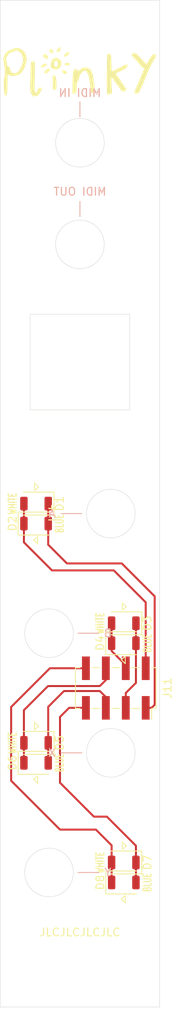
<source format=kicad_pcb>
(kicad_pcb (version 20171130) (host pcbnew "(5.1.6)-1")

  (general
    (thickness 1.6)
    (drawings 29)
    (tracks 42)
    (zones 0)
    (modules 12)
    (nets 9)
  )

  (page A4)
  (layers
    (0 F.Cu signal)
    (31 B.Cu signal)
    (32 B.Adhes user)
    (33 F.Adhes user)
    (34 B.Paste user)
    (35 F.Paste user)
    (36 B.SilkS user)
    (37 F.SilkS user)
    (38 B.Mask user)
    (39 F.Mask user)
    (40 Dwgs.User user)
    (41 Cmts.User user)
    (42 Eco1.User user)
    (43 Eco2.User user)
    (44 Edge.Cuts user)
    (45 Margin user)
    (46 B.CrtYd user)
    (47 F.CrtYd user)
    (48 B.Fab user)
    (49 F.Fab user)
  )

  (setup
    (last_trace_width 0.254)
    (user_trace_width 0.2286)
    (user_trace_width 0.3048)
    (user_trace_width 0.4064)
    (trace_clearance 0.2)
    (zone_clearance 0.508)
    (zone_45_only no)
    (trace_min 0.2)
    (via_size 0.8)
    (via_drill 0.4)
    (via_min_size 0.4)
    (via_min_drill 0.3)
    (uvia_size 0.3)
    (uvia_drill 0.1)
    (uvias_allowed no)
    (uvia_min_size 0.2)
    (uvia_min_drill 0.1)
    (edge_width 0.05)
    (segment_width 0.2)
    (pcb_text_width 0.3)
    (pcb_text_size 1.5 1.5)
    (mod_edge_width 0.12)
    (mod_text_size 1 1)
    (mod_text_width 0.15)
    (pad_size 1.524 1.524)
    (pad_drill 0.762)
    (pad_to_mask_clearance 0.05)
    (aux_axis_origin 0 0)
    (visible_elements 7FFFFFFF)
    (pcbplotparams
      (layerselection 0x010fc_ffffffff)
      (usegerberextensions false)
      (usegerberattributes true)
      (usegerberadvancedattributes true)
      (creategerberjobfile true)
      (excludeedgelayer true)
      (linewidth 0.100000)
      (plotframeref false)
      (viasonmask false)
      (mode 1)
      (useauxorigin false)
      (hpglpennumber 1)
      (hpglpenspeed 20)
      (hpglpendiameter 15.000000)
      (psnegative false)
      (psa4output false)
      (plotreference true)
      (plotvalue true)
      (plotinvisibletext false)
      (padsonsilk false)
      (subtractmaskfromsilk false)
      (outputformat 1)
      (mirror false)
      (drillshape 0)
      (scaleselection 1)
      (outputdirectory "gerbers/"))
  )

  (net 0 "")
  (net 1 "Net-(D1-Pad2)")
  (net 2 "Net-(D1-Pad1)")
  (net 3 "Net-(D3-Pad2)")
  (net 4 "Net-(D3-Pad1)")
  (net 5 "Net-(D5-Pad2)")
  (net 6 "Net-(D5-Pad1)")
  (net 7 "Net-(D7-Pad2)")
  (net 8 "Net-(D7-Pad1)")

  (net_class Default "This is the default net class."
    (clearance 0.2)
    (trace_width 0.254)
    (via_dia 0.8)
    (via_drill 0.4)
    (uvia_dia 0.3)
    (uvia_drill 0.1)
    (add_net "Net-(D1-Pad1)")
    (add_net "Net-(D1-Pad2)")
    (add_net "Net-(D3-Pad1)")
    (add_net "Net-(D3-Pad2)")
    (add_net "Net-(D5-Pad1)")
    (add_net "Net-(D5-Pad2)")
    (add_net "Net-(D7-Pad1)")
    (add_net "Net-(D7-Pad2)")
  )

  (net_class Power ""
    (clearance 0.2)
    (trace_width 0.4064)
    (via_dia 0.8)
    (via_drill 0.4)
    (uvia_dia 0.3)
    (uvia_drill 0.1)
  )

  (module plinky:logosmall (layer F.Cu) (tedit 5FEF8B93) (tstamp 60051078)
    (at 35.687 34.417)
    (fp_text reference G*** (at 0 0) (layer F.SilkS) hide
      (effects (font (size 1.524 1.524) (thickness 0.3)))
    )
    (fp_text value LOGO (at 0.75 0) (layer F.SilkS) hide
      (effects (font (size 1.524 1.524) (thickness 0.3)))
    )
    (fp_poly (pts (xy -2.639734 -2.988237) (xy -2.599751 -2.96351) (xy -2.586104 -2.914623) (xy -2.595094 -2.835292)
      (xy -2.600526 -2.809609) (xy -2.644433 -2.675527) (xy -2.709731 -2.558093) (xy -2.790325 -2.466541)
      (xy -2.8575 -2.420237) (xy -2.93298 -2.385681) (xy -2.986212 -2.373668) (xy -3.030108 -2.383159)
      (xy -3.064457 -2.403617) (xy -3.091893 -2.437252) (xy -3.109117 -2.483951) (xy -3.113551 -2.528972)
      (xy -3.102616 -2.557577) (xy -3.092016 -2.561166) (xy -3.073756 -2.579284) (xy -3.059149 -2.619375)
      (xy -3.040505 -2.661622) (xy -3.001869 -2.725684) (xy -2.950084 -2.800634) (xy -2.923288 -2.836333)
      (xy -2.865331 -2.910264) (xy -2.824284 -2.95674) (xy -2.791591 -2.982126) (xy -2.758695 -2.992781)
      (xy -2.717036 -2.995069) (xy -2.709754 -2.995083) (xy -2.639734 -2.988237)) (layer F.SilkS) (width 0.01))
    (fp_poly (pts (xy -3.807291 -2.768176) (xy -3.735402 -2.742641) (xy -3.666135 -2.707983) (xy -3.612483 -2.670667)
      (xy -3.587695 -2.638233) (xy -3.574535 -2.592648) (xy -3.55391 -2.525186) (xy -3.539772 -2.480284)
      (xy -3.503876 -2.367651) (xy -3.556396 -2.327461) (xy -3.648769 -2.274622) (xy -3.735787 -2.259886)
      (xy -3.768903 -2.265285) (xy -3.829776 -2.28664) (xy -3.867841 -2.304138) (xy -3.903036 -2.338868)
      (xy -3.942517 -2.400976) (xy -3.979757 -2.47691) (xy -4.008232 -2.553119) (xy -4.021412 -2.616052)
      (xy -4.021667 -2.623535) (xy -4.003391 -2.684582) (xy -3.957841 -2.739165) (xy -3.898937 -2.773206)
      (xy -3.868811 -2.778125) (xy -3.807291 -2.768176)) (layer F.SilkS) (width 0.01))
    (fp_poly (pts (xy -1.52764 -2.365232) (xy -1.466776 -2.347486) (xy -1.440549 -2.315262) (xy -1.448971 -2.266396)
      (xy -1.492049 -2.198722) (xy -1.569793 -2.110075) (xy -1.624542 -2.054359) (xy -1.719866 -1.963494)
      (xy -1.794756 -1.901036) (xy -1.855253 -1.862354) (xy -1.896873 -1.845552) (xy -2.004131 -1.823123)
      (xy -2.07923 -1.827137) (xy -2.112434 -1.845733) (xy -2.129333 -1.88264) (xy -2.137653 -1.940057)
      (xy -2.137834 -1.949587) (xy -2.135374 -1.985141) (xy -2.124455 -2.01726) (xy -2.099764 -2.052896)
      (xy -2.055992 -2.099) (xy -1.987825 -2.162521) (xy -1.946982 -2.199354) (xy -1.75613 -2.370666)
      (xy -1.623132 -2.370666) (xy -1.52764 -2.365232)) (layer F.SilkS) (width 0.01))
    (fp_poly (pts (xy -4.389395 -2.058518) (xy -4.335126 -2.003112) (xy -4.277484 -1.925808) (xy -4.235726 -1.856015)
      (xy -4.164035 -1.719341) (xy -4.203976 -1.637545) (xy -4.227853 -1.592632) (xy -4.252361 -1.567572)
      (xy -4.290386 -1.55573) (xy -4.354819 -1.55047) (xy -4.375033 -1.549479) (xy -4.506149 -1.543208)
      (xy -4.676658 -1.717188) (xy -4.75313 -1.797141) (xy -4.803396 -1.855522) (xy -4.832432 -1.899389)
      (xy -4.845215 -1.935801) (xy -4.847167 -1.958992) (xy -4.840598 -2.010894) (xy -4.81626 -2.04743)
      (xy -4.767211 -2.073116) (xy -4.686507 -2.092471) (xy -4.627637 -2.101835) (xy -4.471373 -2.124347)
      (xy -4.389395 -2.058518)) (layer F.SilkS) (width 0.01))
    (fp_poly (pts (xy -1.794541 -1.031438) (xy -1.713698 -1.017729) (xy -1.624178 -0.998714) (xy -1.539358 -0.977429)
      (xy -1.472616 -0.956908) (xy -1.441721 -0.943392) (xy -1.422428 -0.909634) (xy -1.419374 -0.853643)
      (xy -1.431266 -0.791718) (xy -1.456812 -0.740158) (xy -1.457954 -0.738722) (xy -1.486178 -0.711595)
      (xy -1.523943 -0.695828) (xy -1.583441 -0.687895) (xy -1.643162 -0.685158) (xy -1.733917 -0.686675)
      (xy -1.822309 -0.695101) (xy -1.878474 -0.706008) (xy -1.946043 -0.732433) (xy -2.00261 -0.766796)
      (xy -2.013167 -0.776092) (xy -2.040882 -0.809563) (xy -2.046921 -0.843411) (xy -2.034062 -0.896231)
      (xy -2.032066 -0.902572) (xy -1.998137 -0.978986) (xy -1.950494 -1.020958) (xy -1.878809 -1.036247)
      (xy -1.85333 -1.036804) (xy -1.794541 -1.031438)) (layer F.SilkS) (width 0.01))
    (fp_poly (pts (xy -4.410874 -0.907989) (xy -4.402667 -0.904033) (xy -4.354565 -0.864597) (xy -4.346809 -0.81463)
      (xy -4.379451 -0.753417) (xy -4.4169 -0.712493) (xy -4.464177 -0.668842) (xy -4.499103 -0.640736)
      (xy -4.510037 -0.635) (xy -4.53275 -0.624137) (xy -4.581392 -0.59525) (xy -4.646732 -0.553891)
      (xy -4.668411 -0.53975) (xy -4.746172 -0.490906) (xy -4.804375 -0.462211) (xy -4.857384 -0.448488)
      (xy -4.919565 -0.444565) (xy -4.932852 -0.4445) (xy -5.013855 -0.449153) (xy -5.064637 -0.464998)
      (xy -5.087303 -0.483208) (xy -5.116304 -0.527599) (xy -5.114764 -0.570509) (xy -5.080437 -0.620818)
      (xy -5.042959 -0.658446) (xy -4.896944 -0.780712) (xy -4.758463 -0.867668) (xy -4.629782 -0.918445)
      (xy -4.513164 -0.932175) (xy -4.410874 -0.907989)) (layer F.SilkS) (width 0.01))
    (fp_poly (pts (xy -3.038364 -1.649301) (xy -2.916903 -1.608549) (xy -2.793688 -1.533526) (xy -2.672968 -1.432819)
      (xy -2.594767 -1.352891) (xy -2.54176 -1.275643) (xy -2.509503 -1.189696) (xy -2.49355 -1.083674)
      (xy -2.489463 -0.963083) (xy -2.490035 -0.863815) (xy -2.494509 -0.792669) (xy -2.505899 -0.735445)
      (xy -2.527222 -0.677942) (xy -2.561493 -0.605959) (xy -2.568121 -0.592666) (xy -2.607888 -0.516285)
      (xy -2.642951 -0.46234) (xy -2.683804 -0.419761) (xy -2.740943 -0.377475) (xy -2.818904 -0.328083)
      (xy -2.976015 -0.24233) (xy -3.117708 -0.190816) (xy -3.251589 -0.17226) (xy -3.385267 -0.185377)
      (xy -3.489278 -0.214984) (xy -3.571635 -0.250612) (xy -3.655061 -0.297223) (xy -3.726037 -0.346408)
      (xy -3.771045 -0.389761) (xy -3.771667 -0.390622) (xy -3.783501 -0.420568) (xy -3.800301 -0.479072)
      (xy -3.817767 -0.550625) (xy -3.831797 -0.622002) (xy -3.838273 -0.687036) (xy -3.837329 -0.75925)
      (xy -3.8291 -0.85217) (xy -3.821437 -0.917659) (xy -3.819221 -0.930118) (xy -3.423923 -0.930118)
      (xy -3.417039 -0.876278) (xy -3.394698 -0.812483) (xy -3.367694 -0.75276) (xy -3.335374 -0.681134)
      (xy -3.311924 -0.62302) (xy -3.302061 -0.59018) (xy -3.302 -0.588985) (xy -3.28433 -0.545935)
      (xy -3.242543 -0.507058) (xy -3.193481 -0.487241) (xy -3.186455 -0.486833) (xy -3.144433 -0.501434)
      (xy -3.093018 -0.538099) (xy -3.074604 -0.555625) (xy -3.019215 -0.626617) (xy -2.967552 -0.715994)
      (xy -2.926525 -0.809226) (xy -2.903047 -0.89178) (xy -2.900041 -0.922661) (xy -2.909396 -0.975983)
      (xy -2.933937 -1.048935) (xy -2.962799 -1.114077) (xy -3.024742 -1.216232) (xy -3.091216 -1.287175)
      (xy -3.157879 -1.323199) (xy -3.209048 -1.324231) (xy -3.255132 -1.295376) (xy -3.306014 -1.236997)
      (xy -3.354717 -1.160229) (xy -3.394261 -1.076211) (xy -3.417669 -0.996079) (xy -3.418717 -0.989627)
      (xy -3.423923 -0.930118) (xy -3.819221 -0.930118) (xy -3.788092 -1.105132) (xy -3.736342 -1.260358)
      (xy -3.662965 -1.390611) (xy -3.564734 -1.503163) (xy -3.55978 -1.507833) (xy -3.493922 -1.563887)
      (xy -3.431805 -1.60016) (xy -3.354972 -1.626137) (xy -3.306674 -1.63791) (xy -3.165734 -1.658261)
      (xy -3.038364 -1.649301)) (layer F.SilkS) (width 0.01))
    (fp_poly (pts (xy -4.012063 -0.284799) (xy -3.970915 -0.267948) (xy -3.92525 -0.229805) (xy -3.904657 -0.188401)
      (xy -3.910971 -0.140067) (xy -3.946024 -0.081135) (xy -4.01165 -0.007937) (xy -4.109683 0.083194)
      (xy -4.174436 0.139194) (xy -4.255056 0.207012) (xy -4.312674 0.251844) (xy -4.356269 0.27844)
      (xy -4.394821 0.29155) (xy -4.437308 0.295925) (xy -4.471472 0.296334) (xy -4.555912 0.289178)
      (xy -4.619584 0.269987) (xy -4.630791 0.263383) (xy -4.669433 0.225375) (xy -4.680213 0.181305)
      (xy -4.661476 0.126798) (xy -4.611567 0.057476) (xy -4.52883 -0.031036) (xy -4.513792 -0.045937)
      (xy -4.438976 -0.116493) (xy -4.367517 -0.17859) (xy -4.309099 -0.224078) (xy -4.281324 -0.241587)
      (xy -4.187915 -0.276319) (xy -4.093631 -0.291108) (xy -4.012063 -0.284799)) (layer F.SilkS) (width 0.01))
    (fp_poly (pts (xy -2.151516 -0.073122) (xy -2.049654 -0.042682) (xy -1.951294 0.001967) (xy -1.864901 0.055936)
      (xy -1.798942 0.114331) (xy -1.761881 0.172262) (xy -1.756834 0.199587) (xy -1.776299 0.258689)
      (xy -1.827961 0.312714) (xy -1.901716 0.354863) (xy -1.987462 0.378339) (xy -2.026406 0.381)
      (xy -2.073157 0.376312) (xy -2.120237 0.358796) (xy -2.177707 0.323274) (xy -2.255624 0.264565)
      (xy -2.261369 0.260034) (xy -2.330601 0.201466) (xy -2.386341 0.147072) (xy -2.420185 0.105379)
      (xy -2.426045 0.092981) (xy -2.424567 0.042863) (xy -2.405197 -0.015714) (xy -2.403596 -0.018887)
      (xy -2.381139 -0.056259) (xy -2.354645 -0.075878) (xy -2.31076 -0.083387) (xy -2.248415 -0.08446)
      (xy -2.151516 -0.073122)) (layer F.SilkS) (width 0.01))
    (fp_poly (pts (xy -3.35652 0.564348) (xy -3.306248 0.593253) (xy -3.2671 0.645492) (xy -3.247392 0.693794)
      (xy -3.233524 0.746497) (xy -3.211763 0.819453) (xy -3.196311 0.867834) (xy -3.177701 0.945452)
      (xy -3.160301 1.057301) (xy -3.14472 1.195284) (xy -3.131565 1.351302) (xy -3.121444 1.517258)
      (xy -3.114964 1.685054) (xy -3.112734 1.846593) (xy -3.114277 1.961009) (xy -3.11857 2.080299)
      (xy -3.124331 2.16465) (xy -3.132596 2.221452) (xy -3.144406 2.258097) (xy -3.159125 2.280175)
      (xy -3.187267 2.319125) (xy -3.196167 2.343473) (xy -3.21532 2.363782) (xy -3.264761 2.381229)
      (xy -3.332463 2.394205) (xy -3.4064 2.401099) (xy -3.474544 2.400303) (xy -3.524868 2.390206)
      (xy -3.529542 2.388093) (xy -3.548081 2.376944) (xy -3.561111 2.360605) (xy -3.569658 2.332166)
      (xy -3.574749 2.28472) (xy -3.577409 2.211359) (xy -3.578665 2.105176) (xy -3.578984 2.055224)
      (xy -3.580162 1.944836) (xy -3.582484 1.802513) (xy -3.585733 1.638631) (xy -3.589695 1.463565)
      (xy -3.594156 1.287694) (xy -3.597004 1.185334) (xy -3.601758 1.016609) (xy -3.604954 0.885131)
      (xy -3.606379 0.785833) (xy -3.605818 0.71365) (xy -3.603056 0.663514) (xy -3.597878 0.63036)
      (xy -3.59007 0.609122) (xy -3.579418 0.594735) (xy -3.571676 0.587375) (xy -3.511022 0.557701)
      (xy -3.433112 0.550162) (xy -3.35652 0.564348)) (layer F.SilkS) (width 0.01))
    (fp_poly (pts (xy 6.985469 -2.266592) (xy 7.080803 -2.210356) (xy 7.181501 -2.120275) (xy 7.226771 -2.070185)
      (xy 7.283956 -2.004938) (xy 7.361357 -1.919168) (xy 7.449852 -1.822864) (xy 7.540315 -1.72602)
      (xy 7.563231 -1.701773) (xy 7.657112 -1.602181) (xy 7.768386 -1.483288) (xy 7.885903 -1.357057)
      (xy 7.998512 -1.23545) (xy 8.050525 -1.178995) (xy 8.157403 -1.064362) (xy 8.239551 -0.980251)
      (xy 8.299328 -0.924654) (xy 8.339093 -0.895564) (xy 8.361205 -0.890971) (xy 8.368025 -0.908779)
      (xy 8.379071 -0.933644) (xy 8.408926 -0.985318) (xy 8.45266 -1.055559) (xy 8.491399 -1.115154)
      (xy 8.548409 -1.202051) (xy 8.601584 -1.284286) (xy 8.643386 -1.350148) (xy 8.660049 -1.377226)
      (xy 8.700329 -1.436297) (xy 8.741568 -1.485132) (xy 8.748341 -1.491631) (xy 8.780723 -1.533462)
      (xy 8.791358 -1.567022) (xy 8.806595 -1.611132) (xy 8.822058 -1.628962) (xy 8.848928 -1.660699)
      (xy 8.886204 -1.716001) (xy 8.914832 -1.763846) (xy 8.979542 -1.863457) (xy 9.058989 -1.96457)
      (xy 9.141907 -2.05394) (xy 9.215474 -2.117224) (xy 9.263046 -2.144828) (xy 9.308114 -2.149592)
      (xy 9.359457 -2.138749) (xy 9.459127 -2.099068) (xy 9.524598 -2.044317) (xy 9.552558 -1.977494)
      (xy 9.553358 -1.963175) (xy 9.538719 -1.851656) (xy 9.49375 -1.72371) (xy 9.416872 -1.574982)
      (xy 9.405557 -1.55575) (xy 9.360479 -1.478532) (xy 9.316007 -1.400067) (xy 9.296864 -1.36525)
      (xy 9.261894 -1.304037) (xy 9.213944 -1.224557) (xy 9.163322 -1.143891) (xy 9.16275 -1.143)
      (xy 9.11821 -1.068765) (xy 9.062926 -0.969354) (xy 9.004047 -0.857955) (xy 8.950502 -0.751416)
      (xy 8.90074 -0.651192) (xy 8.853799 -0.559933) (xy 8.814603 -0.486998) (xy 8.788076 -0.441747)
      (xy 8.785888 -0.438491) (xy 8.750296 -0.377998) (xy 8.703725 -0.285579) (xy 8.649527 -0.16914)
      (xy 8.591055 -0.036587) (xy 8.531663 0.104173) (xy 8.474703 0.245233) (xy 8.423528 0.378686)
      (xy 8.381492 0.496627) (xy 8.357577 0.5715) (xy 8.33348 0.641467) (xy 8.297156 0.734032)
      (xy 8.255 0.834082) (xy 8.213408 0.926498) (xy 8.178777 0.996167) (xy 8.175031 1.002921)
      (xy 8.152594 1.049527) (xy 8.127347 1.111125) (xy 8.124277 1.119338) (xy 8.103021 1.174101)
      (xy 8.070888 1.253543) (xy 8.033663 1.343428) (xy 8.020369 1.375035) (xy 7.987047 1.455848)
      (xy 7.96121 1.522206) (xy 7.946608 1.564297) (xy 7.944691 1.573059) (xy 7.935845 1.597508)
      (xy 7.911352 1.653248) (xy 7.874281 1.733595) (xy 7.827703 1.831868) (xy 7.788761 1.912524)
      (xy 7.731383 2.031625) (xy 7.675756 2.149139) (xy 7.626672 2.254794) (xy 7.588928 2.338318)
      (xy 7.574922 2.370667) (xy 7.50484 2.529843) (xy 7.442015 2.652775) (xy 7.381855 2.743857)
      (xy 7.319768 2.807485) (xy 7.25116 2.848056) (xy 7.17144 2.869966) (xy 7.076014 2.877609)
      (xy 7.045108 2.877788) (xy 6.961406 2.86965) (xy 6.899032 2.842628) (xy 6.877886 2.826949)
      (xy 6.841567 2.79321) (xy 6.825626 2.759835) (xy 6.824902 2.710295) (xy 6.829072 2.670577)
      (xy 6.840464 2.600464) (xy 6.855064 2.543327) (xy 6.862163 2.525741) (xy 6.88146 2.486706)
      (xy 6.911223 2.423663) (xy 6.940512 2.360084) (xy 6.974222 2.289291) (xy 7.004522 2.231178)
      (xy 7.022806 2.201334) (xy 7.042395 2.162487) (xy 7.063838 2.100691) (xy 7.072564 2.069042)
      (xy 7.090135 2.016884) (xy 7.122971 1.935362) (xy 7.167405 1.832973) (xy 7.219773 1.718218)
      (xy 7.264278 1.624542) (xy 7.32135 1.504413) (xy 7.374534 1.388486) (xy 7.419852 1.285727)
      (xy 7.453331 1.205103) (xy 7.468403 1.164167) (xy 7.498307 1.0831) (xy 7.538963 0.986933)
      (xy 7.577235 0.905404) (xy 7.611865 0.831725) (xy 7.637172 0.769552) (xy 7.648224 0.731133)
      (xy 7.648358 0.728753) (xy 7.658383 0.686065) (xy 7.680122 0.638266) (xy 7.702612 0.592338)
      (xy 7.733359 0.521534) (xy 7.768582 0.435577) (xy 7.804503 0.34419) (xy 7.837343 0.257096)
      (xy 7.863321 0.184019) (xy 7.878658 0.134683) (xy 7.881191 0.120973) (xy 7.894302 0.080233)
      (xy 7.899818 0.073025) (xy 7.915758 0.046093) (xy 7.943881 -0.01049) (xy 7.979702 -0.08746)
      (xy 8.006129 -0.146622) (xy 8.04744 -0.244559) (xy 8.069391 -0.310784) (xy 8.071695 -0.351384)
      (xy 8.05406 -0.37244) (xy 8.016199 -0.380039) (xy 7.995007 -0.380676) (xy 7.911605 -0.397589)
      (xy 7.823417 -0.440547) (xy 7.747788 -0.499509) (xy 7.711757 -0.544674) (xy 7.667746 -0.613207)
      (xy 7.620181 -0.678939) (xy 7.613407 -0.687461) (xy 7.576842 -0.732805) (xy 7.523132 -0.799691)
      (xy 7.461544 -0.876572) (xy 7.434675 -0.910166) (xy 7.393128 -0.961979) (xy 7.356459 -1.006956)
      (xy 7.320481 -1.049734) (xy 7.281004 -1.09495) (xy 7.233839 -1.147243) (xy 7.174798 -1.211248)
      (xy 7.099691 -1.291605) (xy 7.00433 -1.39295) (xy 6.884526 -1.519921) (xy 6.870005 -1.535303)
      (xy 6.778455 -1.633398) (xy 6.693639 -1.72636) (xy 6.621243 -1.807798) (xy 6.566948 -1.87132)
      (xy 6.536876 -1.909888) (xy 6.495188 -1.996142) (xy 6.487333 -2.07716) (xy 6.513708 -2.144474)
      (xy 6.525294 -2.157769) (xy 6.568273 -2.185619) (xy 6.638943 -2.216968) (xy 6.723473 -2.247084)
      (xy 6.808027 -2.271232) (xy 6.878775 -2.284678) (xy 6.900014 -2.286) (xy 6.985469 -2.266592)) (layer F.SilkS) (width 0.01))
    (fp_poly (pts (xy 0.703333 -0.435053) (xy 0.848228 -0.403382) (xy 0.990427 -0.344875) (xy 1.117625 -0.266043)
      (xy 1.217519 -0.1734) (xy 1.232071 -0.155206) (xy 1.297032 -0.054405) (xy 1.361859 0.072323)
      (xy 1.422553 0.214171) (xy 1.475119 0.360331) (xy 1.515559 0.499996) (xy 1.539877 0.622359)
      (xy 1.545166 0.691399) (xy 1.549696 0.759855) (xy 1.561477 0.848474) (xy 1.575309 0.924658)
      (xy 1.59381 1.026124) (xy 1.610844 1.141139) (xy 1.620466 1.223269) (xy 1.627107 1.304923)
      (xy 1.626448 1.35546) (xy 1.617032 1.385693) (xy 1.597405 1.406431) (xy 1.595614 1.407804)
      (xy 1.568514 1.430545) (xy 1.576956 1.4378) (xy 1.599977 1.43866) (xy 1.629102 1.445842)
      (xy 1.652898 1.469373) (xy 1.672464 1.513699) (xy 1.688897 1.583265) (xy 1.703294 1.682516)
      (xy 1.716753 1.815899) (xy 1.728163 1.957917) (xy 1.738497 2.08935) (xy 1.749033 2.210942)
      (xy 1.758988 2.314524) (xy 1.767578 2.391928) (xy 1.773843 2.434167) (xy 1.777681 2.541343)
      (xy 1.741232 2.635625) (xy 1.664609 2.716779) (xy 1.628474 2.741941) (xy 1.561479 2.775644)
      (xy 1.487876 2.79121) (xy 1.419332 2.794) (xy 1.34604 2.79186) (xy 1.302891 2.782918)
      (xy 1.277803 2.763395) (xy 1.267109 2.746375) (xy 1.257112 2.708837) (xy 1.246654 2.63677)
      (xy 1.236587 2.537962) (xy 1.227763 2.420196) (xy 1.223713 2.3495) (xy 1.21115 2.119007)
      (xy 1.198794 1.926289) (xy 1.186176 1.766794) (xy 1.172827 1.635972) (xy 1.158279 1.529268)
      (xy 1.142061 1.442132) (xy 1.123705 1.37001) (xy 1.122281 1.36525) (xy 1.097471 1.268375)
      (xy 1.074433 1.153184) (xy 1.057913 1.04359) (xy 1.057171 1.037167) (xy 1.043805 0.939673)
      (xy 1.026906 0.845333) (xy 1.009743 0.771984) (xy 1.006756 0.762) (xy 0.984501 0.685186)
      (xy 0.965951 0.610528) (xy 0.962208 0.592667) (xy 0.942556 0.529631) (xy 0.905729 0.441965)
      (xy 0.857407 0.340675) (xy 0.80327 0.236764) (xy 0.748998 0.141237) (xy 0.70027 0.065099)
      (xy 0.669961 0.026459) (xy 0.592671 -0.027965) (xy 0.501753 -0.043632) (xy 0.40175 -0.020025)
      (xy 0.374752 -0.007352) (xy 0.307168 0.036944) (xy 0.229037 0.102771) (xy 0.146723 0.182915)
      (xy 0.066591 0.270159) (xy -0.004996 0.357287) (xy -0.061672 0.437084) (xy -0.097073 0.502333)
      (xy -0.105834 0.537524) (xy -0.11593 0.575741) (xy -0.140784 0.629133) (xy -0.146371 0.639082)
      (xy -0.166196 0.685107) (xy -0.193079 0.764137) (xy -0.224636 0.867907) (xy -0.258486 0.988154)
      (xy -0.292246 1.116616) (xy -0.323532 1.245028) (xy -0.33293 1.286082) (xy -0.355421 1.326312)
      (xy -0.400745 1.375509) (xy -0.431133 1.40129) (xy -0.482604 1.440964) (xy -0.519106 1.469134)
      (xy -0.529167 1.476923) (xy -0.532356 1.499404) (xy -0.536057 1.558725) (xy -0.540059 1.649396)
      (xy -0.54415 1.76593) (xy -0.548119 1.90284) (xy -0.551752 2.054636) (xy -0.552097 2.070798)
      (xy -0.557433 2.280199) (xy -0.563749 2.447874) (xy -0.57108 2.57442) (xy -0.579462 2.660434)
      (xy -0.588931 2.706513) (xy -0.590301 2.709721) (xy -0.640612 2.773404) (xy -0.723013 2.832595)
      (xy -0.827327 2.880433) (xy -0.858905 2.890807) (xy -0.932526 2.9115) (xy -0.978982 2.919005)
      (xy -1.011087 2.914049) (xy -1.036197 2.900881) (xy -1.049631 2.882674) (xy -1.059443 2.843683)
      (xy -1.066369 2.777956) (xy -1.07114 2.679543) (xy -1.073337 2.59958) (xy -1.074481 2.502741)
      (xy -1.074366 2.376639) (xy -1.073121 2.226328) (xy -1.070874 2.056862) (xy -1.067756 1.873297)
      (xy -1.063895 1.680688) (xy -1.059421 1.484088) (xy -1.054463 1.288553) (xy -1.049151 1.099138)
      (xy -1.043613 0.920897) (xy -1.037978 0.758884) (xy -1.032377 0.618155) (xy -1.026937 0.503764)
      (xy -1.02179 0.420767) (xy -1.017063 0.374217) (xy -1.016338 0.370417) (xy -1.003658 0.306726)
      (xy -0.988089 0.219494) (xy -0.972898 0.127062) (xy -0.972209 0.12265) (xy -0.942724 -0.014002)
      (xy -0.900225 -0.11434) (xy -0.840601 -0.183438) (xy -0.759739 -0.22637) (xy -0.673683 -0.245748)
      (xy -0.597695 -0.249456) (xy -0.540595 -0.23315) (xy -0.518711 -0.220387) (xy -0.454945 -0.155238)
      (xy -0.418376 -0.068685) (xy -0.415518 0.023744) (xy -0.415774 0.025142) (xy -0.428848 0.09525)
      (xy -0.336133 0.009193) (xy -0.235997 -0.080893) (xy -0.133556 -0.168088) (xy -0.037674 -0.245195)
      (xy 0.042781 -0.305016) (xy 0.084666 -0.33245) (xy 0.157891 -0.363783) (xy 0.260704 -0.392158)
      (xy 0.380367 -0.415462) (xy 0.504143 -0.431583) (xy 0.619294 -0.438408) (xy 0.703333 -0.435053)) (layer F.SilkS) (width 0.01))
    (fp_poly (pts (xy 3.67573 -2.196349) (xy 3.687741 -2.194107) (xy 3.736627 -2.160333) (xy 3.77853 -2.086205)
      (xy 3.812954 -1.973204) (xy 3.839402 -1.822809) (xy 3.852236 -1.703916) (xy 3.858145 -1.619629)
      (xy 3.864542 -1.500432) (xy 3.871128 -1.353742) (xy 3.877606 -1.186976) (xy 3.883677 -1.00755)
      (xy 3.889044 -0.822882) (xy 3.891421 -0.728757) (xy 3.895899 -0.557588) (xy 3.900782 -0.399587)
      (xy 3.905856 -0.259817) (xy 3.910907 -0.143341) (xy 3.91572 -0.055224) (xy 3.92008 -0.000528)
      (xy 3.922953 0.015564) (xy 3.943701 0.02084) (xy 3.991383 0.010074) (xy 4.068278 -0.017601)
      (xy 4.176664 -0.063054) (xy 4.31882 -0.127152) (xy 4.41325 -0.171149) (xy 4.501581 -0.212658)
      (xy 4.61325 -0.265123) (xy 4.733279 -0.321507) (xy 4.835909 -0.369711) (xy 4.95181 -0.426591)
      (xy 5.088001 -0.49724) (xy 5.228699 -0.573273) (xy 5.358122 -0.6463) (xy 5.376641 -0.657093)
      (xy 5.488757 -0.72202) (xy 5.572378 -0.767918) (xy 5.635029 -0.798) (xy 5.684234 -0.815482)
      (xy 5.727519 -0.823577) (xy 5.770909 -0.8255) (xy 5.861049 -0.81333) (xy 5.918517 -0.779035)
      (xy 5.944472 -0.725938) (xy 5.940073 -0.657363) (xy 5.906477 -0.576633) (xy 5.844845 -0.48707)
      (xy 5.756334 -0.391999) (xy 5.642103 -0.294741) (xy 5.566833 -0.240219) (xy 5.502307 -0.199724)
      (xy 5.443105 -0.168571) (xy 5.418666 -0.158818) (xy 5.36062 -0.133967) (xy 5.312833 -0.105833)
      (xy 5.254839 -0.072807) (xy 5.207 -0.053485) (xy 5.161179 -0.035352) (xy 5.093948 -0.003435)
      (xy 5.027083 0.031485) (xy 4.945829 0.073379) (xy 4.844457 0.122125) (xy 4.742055 0.168604)
      (xy 4.720166 0.1781) (xy 4.634417 0.216621) (xy 4.558949 0.253606) (xy 4.50573 0.283072)
      (xy 4.492979 0.291698) (xy 4.445709 0.328084) (xy 4.496982 0.438527) (xy 4.530524 0.499284)
      (xy 4.583351 0.58182) (xy 4.648061 0.675047) (xy 4.713585 0.76313) (xy 4.783809 0.854149)
      (xy 4.851458 0.941929) (xy 4.908658 1.016245) (xy 4.946432 1.065436) (xy 4.996874 1.136238)
      (xy 5.044206 1.210476) (xy 5.058584 1.235581) (xy 5.121299 1.341507) (xy 5.210775 1.477968)
      (xy 5.32724 1.645287) (xy 5.470917 1.843783) (xy 5.642033 2.073779) (xy 5.724907 2.183498)
      (xy 5.765956 2.245179) (xy 5.79311 2.300454) (xy 5.799666 2.327747) (xy 5.784131 2.368163)
      (xy 5.74199 2.425294) (xy 5.693998 2.476339) (xy 5.62503 2.537787) (xy 5.564094 2.575224)
      (xy 5.493804 2.598494) (xy 5.468101 2.604223) (xy 5.34883 2.618344) (xy 5.255728 2.603314)
      (xy 5.18224 2.556832) (xy 5.126362 2.484389) (xy 5.086306 2.421227) (xy 5.031318 2.339636)
      (xy 4.971857 2.255056) (xy 4.958724 2.236909) (xy 4.909332 2.167665) (xy 4.871193 2.111492)
      (xy 4.850044 2.076962) (xy 4.847599 2.07084) (xy 4.834958 2.046247) (xy 4.805473 2.00734)
      (xy 4.749035 1.937788) (xy 4.676895 1.844878) (xy 4.593341 1.734519) (xy 4.502659 1.612622)
      (xy 4.409135 1.485095) (xy 4.317056 1.357849) (xy 4.230707 1.236792) (xy 4.154377 1.127835)
      (xy 4.09235 1.036886) (xy 4.048913 0.969856) (xy 4.032682 0.941917) (xy 3.996263 0.879678)
      (xy 3.960814 0.828037) (xy 3.942662 0.805977) (xy 3.930154 0.800484) (xy 3.920738 0.817442)
      (xy 3.911864 0.862732) (xy 3.900981 0.942238) (xy 3.896633 0.976067) (xy 3.886527 1.09593)
      (xy 3.881761 1.250487) (xy 3.882156 1.432458) (xy 3.887532 1.634566) (xy 3.897708 1.849531)
      (xy 3.912506 2.070076) (xy 3.928147 2.251924) (xy 3.943124 2.414768) (xy 3.953025 2.541156)
      (xy 3.957583 2.636692) (xy 3.956529 2.706979) (xy 3.949594 2.75762) (xy 3.936508 2.79422)
      (xy 3.917004 2.822381) (xy 3.899958 2.839551) (xy 3.810429 2.913459) (xy 3.727977 2.959478)
      (xy 3.636618 2.98522) (xy 3.576665 2.993506) (xy 3.500953 3.000171) (xy 3.453791 2.998387)
      (xy 3.421763 2.985248) (xy 3.391449 2.957851) (xy 3.386165 2.952272) (xy 3.368902 2.932551)
      (xy 3.355642 2.91099) (xy 3.345579 2.881687) (xy 3.337908 2.838737) (xy 3.331825 2.776235)
      (xy 3.326524 2.688277) (xy 3.321201 2.568958) (xy 3.316032 2.437809) (xy 3.311865 2.321743)
      (xy 3.308319 2.203433) (xy 3.30539 2.079733) (xy 3.303074 1.947499) (xy 3.301364 1.803588)
      (xy 3.300256 1.644855) (xy 3.299746 1.468156) (xy 3.299827 1.270347) (xy 3.300497 1.048284)
      (xy 3.301748 0.798823) (xy 3.303577 0.518819) (xy 3.305979 0.205128) (xy 3.308948 -0.145393)
      (xy 3.311541 -0.433916) (xy 3.31492 -0.762788) (xy 3.318706 -1.051332) (xy 3.322978 -1.301553)
      (xy 3.327816 -1.515454) (xy 3.333303 -1.695041) (xy 3.339517 -1.842318) (xy 3.34654 -1.959289)
      (xy 3.354452 -2.047959) (xy 3.363334 -2.110332) (xy 3.373267 -2.148412) (xy 3.380988 -2.161788)
      (xy 3.413273 -2.175017) (xy 3.473391 -2.186616) (xy 3.54684 -2.195056) (xy 3.61912 -2.198809)
      (xy 3.67573 -2.196349)) (layer F.SilkS) (width 0.01))
    (fp_poly (pts (xy -8.005705 -2.905588) (xy -7.798458 -2.858704) (xy -7.603734 -2.772189) (xy -7.419309 -2.645408)
      (xy -7.319158 -2.55606) (xy -7.248119 -2.485593) (xy -7.197377 -2.428385) (xy -7.158961 -2.372157)
      (xy -7.1249 -2.304629) (xy -7.087223 -2.213523) (xy -7.072745 -2.17647) (xy -7.037503 -2.081909)
      (xy -7.009016 -1.998224) (xy -6.9905 -1.935339) (xy -6.985 -1.905544) (xy -6.975367 -1.855277)
      (xy -6.952173 -1.797084) (xy -6.951886 -1.796528) (xy -6.925775 -1.718345) (xy -6.909625 -1.611491)
      (xy -6.904206 -1.488616) (xy -6.910289 -1.362372) (xy -6.920742 -1.284681) (xy -6.939192 -1.197898)
      (xy -6.963465 -1.108414) (xy -6.990308 -1.025695) (xy -7.016467 -0.959208) (xy -7.03869 -0.918417)
      (xy -7.04946 -0.910166) (xy -7.056943 -0.892567) (xy -7.054127 -0.859581) (xy -7.056874 -0.8111)
      (xy -7.074729 -0.744633) (xy -7.088812 -0.708724) (xy -7.114238 -0.646831) (xy -7.130284 -0.599282)
      (xy -7.133167 -0.584175) (xy -7.142209 -0.5577) (xy -7.167152 -0.500579) (xy -7.204726 -0.419913)
      (xy -7.251658 -0.322799) (xy -7.280709 -0.264074) (xy -7.347664 -0.133685) (xy -7.404287 -0.033466)
      (xy -7.456355 0.045561) (xy -7.509645 0.112374) (xy -7.552791 0.15875) (xy -7.649892 0.253378)
      (xy -7.747234 0.340462) (xy -7.837301 0.413828) (xy -7.912578 0.467299) (xy -7.958667 0.492237)
      (xy -8.016575 0.515406) (xy -8.053917 0.53049) (xy -8.104487 0.545232) (xy -8.168215 0.557077)
      (xy -8.170334 0.557358) (xy -8.233933 0.569017) (xy -8.314756 0.588167) (xy -8.360834 0.600753)
      (xy -8.478552 0.623935) (xy -8.619821 0.635117) (xy -8.769639 0.634529) (xy -8.913003 0.622401)
      (xy -9.034912 0.598965) (xy -9.064541 0.589939) (xy -9.158848 0.553058) (xy -9.226915 0.516565)
      (xy -9.262896 0.483971) (xy -9.2668 0.468438) (xy -9.267431 0.454055) (xy -9.275763 0.425901)
      (xy -9.295198 0.373304) (xy -9.306485 0.343959) (xy -9.315217 0.333895) (xy -9.323145 0.352178)
      (xy -9.330343 0.400428) (xy -9.336887 0.480264) (xy -9.342854 0.593304) (xy -9.348319 0.74117)
      (xy -9.353358 0.92548) (xy -9.358047 1.147853) (xy -9.362461 1.409909) (xy -9.365162 1.598084)
      (xy -9.369293 1.871082) (xy -9.37392 2.105247) (xy -9.379338 2.304077) (xy -9.385841 2.47107)
      (xy -9.393724 2.609725) (xy -9.403281 2.723542) (xy -9.414807 2.816018) (xy -9.428595 2.890653)
      (xy -9.444942 2.950945) (xy -9.46414 3.000394) (xy -9.486486 3.042498) (xy -9.486776 3.042976)
      (xy -9.544202 3.115985) (xy -9.602186 3.148341) (xy -9.659201 3.139368) (xy -9.677349 3.127375)
      (xy -9.703016 3.085206) (xy -9.726395 3.001704) (xy -9.747401 2.877816) (xy -9.765946 2.714484)
      (xy -9.781944 2.512654) (xy -9.795306 2.27327) (xy -9.805946 1.997276) (xy -9.813776 1.685617)
      (xy -9.814621 1.640417) (xy -9.826794 0.963084) (xy -9.760564 0.880798) (xy -9.709401 0.797914)
      (xy -9.694334 0.731573) (xy -9.687841 0.677669) (xy -9.672381 0.64268) (xy -9.661254 0.606173)
      (xy -9.672381 0.562986) (xy -9.679645 0.523083) (xy -9.685882 0.44899) (xy -9.690674 0.348846)
      (xy -9.693606 0.230789) (xy -9.694334 0.13344) (xy -9.696265 -0.014954) (xy -9.701623 -0.163291)
      (xy -9.709758 -0.299042) (xy -9.720017 -0.409679) (xy -9.724255 -0.441974) (xy -9.739346 -0.547409)
      (xy -9.757319 -0.67715) (xy -9.775749 -0.813504) (xy -9.789879 -0.92075) (xy -9.805601 -1.038092)
      (xy -9.821898 -1.15328) (xy -9.83683 -1.252956) (xy -9.848304 -1.322916) (xy -9.862381 -1.420403)
      (xy -9.872784 -1.526434) (xy -9.875649 -1.576027) (xy -9.875451 -1.620061) (xy -9.559022 -1.620061)
      (xy -9.541979 -1.534818) (xy -9.537862 -1.518577) (xy -9.507798 -1.385101) (xy -9.478605 -1.22501)
      (xy -9.452813 -1.053989) (xy -9.432948 -0.887724) (xy -9.428333 -0.838969) (xy -9.413743 -0.672522)
      (xy -9.271117 -0.609525) (xy -9.186592 -0.568049) (xy -9.131096 -0.528571) (xy -9.092791 -0.482054)
      (xy -9.083329 -0.466174) (xy -9.054862 -0.405215) (xy -9.03921 -0.351657) (xy -9.038167 -0.340025)
      (xy -9.028653 -0.287123) (xy -9.00944 -0.237074) (xy -8.984358 -0.173389) (xy -8.96728 -0.109343)
      (xy -8.944398 -0.039865) (xy -8.91134 0.020924) (xy -8.882555 0.066461) (xy -8.868989 0.097985)
      (xy -8.868834 0.099849) (xy -8.851524 0.134537) (xy -8.807296 0.177998) (xy -8.7477 0.221334)
      (xy -8.684289 0.255651) (xy -8.65075 0.267797) (xy -8.558767 0.288631) (xy -8.482399 0.292592)
      (xy -8.398722 0.280326) (xy -8.377013 0.275504) (xy -8.303968 0.259132) (xy -8.236842 0.24484)
      (xy -8.224813 0.242415) (xy -8.177546 0.219527) (xy -8.111958 0.169655) (xy -8.035046 0.099746)
      (xy -7.953805 0.016744) (xy -7.875232 -0.072404) (xy -7.806323 -0.160754) (xy -7.779479 -0.199698)
      (xy -7.722115 -0.298724) (xy -7.658555 -0.427403) (xy -7.593544 -0.574493) (xy -7.531825 -0.72875)
      (xy -7.478143 -0.878933) (xy -7.439499 -1.005416) (xy -7.413026 -1.102116) (xy -7.387466 -1.194599)
      (xy -7.367125 -1.267319) (xy -7.361943 -1.285546) (xy -7.350436 -1.335887) (xy -7.348562 -1.384279)
      (xy -7.357428 -1.443841) (xy -7.378139 -1.527692) (xy -7.384237 -1.550129) (xy -7.411157 -1.650637)
      (xy -7.437788 -1.753921) (xy -7.458868 -1.839524) (xy -7.460889 -1.848125) (xy -7.485214 -1.930867)
      (xy -7.521467 -2.029708) (xy -7.561818 -2.123307) (xy -7.561985 -2.123658) (xy -7.598615 -2.196506)
      (xy -7.633678 -2.251271) (xy -7.676675 -2.298628) (xy -7.737104 -2.349253) (xy -7.81241 -2.405105)
      (xy -7.920002 -2.482114) (xy -8.001478 -2.536623) (xy -8.064516 -2.57163) (xy -8.116792 -2.590133)
      (xy -8.165983 -2.59513) (xy -8.219766 -2.58962) (xy -8.263513 -2.58127) (xy -8.342699 -2.560145)
      (xy -8.442737 -2.526746) (xy -8.546273 -2.487038) (xy -8.583084 -2.471465) (xy -8.672894 -2.433461)
      (xy -8.75511 -2.40079) (xy -8.817397 -2.378263) (xy -8.837582 -2.372214) (xy -8.900314 -2.352127)
      (xy -8.947315 -2.331643) (xy -9.005799 -2.312046) (xy -9.047359 -2.307166) (xy -9.102605 -2.293131)
      (xy -9.135341 -2.270125) (xy -9.174478 -2.21945) (xy -9.226168 -2.142024) (xy -9.283635 -2.048762)
      (xy -9.340101 -1.950575) (xy -9.379009 -1.87775) (xy -9.429286 -1.794858) (xy -9.477248 -1.744668)
      (xy -9.494497 -1.735192) (xy -9.537008 -1.71162) (xy -9.557941 -1.676119) (xy -9.559022 -1.620061)
      (xy -9.875451 -1.620061) (xy -9.875294 -1.654867) (xy -9.864229 -1.709323) (xy -9.838107 -1.756868)
      (xy -9.826832 -1.772202) (xy -9.787953 -1.840092) (xy -9.759576 -1.919122) (xy -9.756019 -1.935258)
      (xy -9.714744 -2.070821) (xy -9.645743 -2.204088) (xy -9.556674 -2.32414) (xy -9.45519 -2.420061)
      (xy -9.38437 -2.465236) (xy -9.311831 -2.508297) (xy -9.241314 -2.559088) (xy -9.233222 -2.565778)
      (xy -9.181819 -2.602587) (xy -9.137716 -2.623125) (xy -9.127728 -2.624666) (xy -9.093811 -2.633103)
      (xy -9.031929 -2.65579) (xy -8.952344 -2.68879) (xy -8.900923 -2.711649) (xy -8.779592 -2.7668)
      (xy -8.689546 -2.807094) (xy -8.623609 -2.835363) (xy -8.574606 -2.85444) (xy -8.53536 -2.867155)
      (xy -8.498695 -2.87634) (xy -8.466667 -2.882996) (xy -8.2277 -2.913474) (xy -8.005705 -2.905588)) (layer F.SilkS) (width 0.01))
    (fp_poly (pts (xy -6.01192 -1.22285) (xy -5.942205 -1.210741) (xy -5.919144 -1.199866) (xy -5.87375 -1.17012)
      (xy -5.876077 -0.040018) (xy -5.877118 0.237049) (xy -5.879015 0.485493) (xy -5.881724 0.703153)
      (xy -5.885202 0.887868) (xy -5.889405 1.037476) (xy -5.894289 1.149817) (xy -5.899812 1.22273)
      (xy -5.901843 1.23825) (xy -5.90867 1.30293) (xy -5.914735 1.401533) (xy -5.919729 1.525653)
      (xy -5.923345 1.666882) (xy -5.925274 1.816814) (xy -5.92551 1.883834) (xy -5.9253 2.044312)
      (xy -5.924222 2.168518) (xy -5.921846 2.262511) (xy -5.917746 2.332348) (xy -5.911493 2.38409)
      (xy -5.902659 2.423795) (xy -5.890817 2.457522) (xy -5.883869 2.47352) (xy -5.859059 2.53256)
      (xy -5.844046 2.576708) (xy -5.842 2.588084) (xy -5.831286 2.616926) (xy -5.803619 2.668139)
      (xy -5.776082 2.713102) (xy -5.710163 2.815828) (xy -5.649082 2.719512) (xy -5.614908 2.66268)
      (xy -5.592741 2.620159) (xy -5.588 2.606097) (xy -5.577612 2.572075) (xy -5.550362 2.512994)
      (xy -5.512118 2.439506) (xy -5.468753 2.362262) (xy -5.426135 2.291916) (xy -5.390135 2.239119)
      (xy -5.377004 2.223218) (xy -5.318351 2.177021) (xy -5.246887 2.141312) (xy -5.235218 2.137445)
      (xy -5.171273 2.123221) (xy -5.120103 2.128914) (xy -5.072462 2.148391) (xy -5.021999 2.177172)
      (xy -5.000136 2.210209) (xy -4.995335 2.265208) (xy -4.995334 2.266763) (xy -4.998446 2.305222)
      (xy -5.009306 2.350669) (xy -5.030199 2.408439) (xy -5.063411 2.483867) (xy -5.111227 2.582289)
      (xy -5.175934 2.709039) (xy -5.225743 2.804584) (xy -5.309649 2.943704) (xy -5.400788 3.047593)
      (xy -5.508299 3.123155) (xy -5.641324 3.177299) (xy -5.758254 3.206944) (xy -5.874471 3.229297)
      (xy -5.95941 3.238571) (xy -6.022509 3.233282) (xy -6.073204 3.211944) (xy -6.120931 3.173075)
      (xy -6.147438 3.145733) (xy -6.216847 3.055802) (xy -6.287299 2.938871) (xy -6.35158 2.80946)
      (xy -6.402474 2.68209) (xy -6.432679 2.57175) (xy -6.439204 2.516151) (xy -6.444876 2.430683)
      (xy -6.449611 2.322647) (xy -6.453329 2.199344) (xy -6.455944 2.068076) (xy -6.457375 1.936143)
      (xy -6.457539 1.810847) (xy -6.457327 1.790968) (xy -6.406225 1.790968) (xy -6.402917 1.799167)
      (xy -6.383897 1.819359) (xy -6.380501 1.820334) (xy -6.37141 1.803957) (xy -6.371167 1.799167)
      (xy -6.387439 1.778814) (xy -6.393583 1.778) (xy -6.406225 1.790968) (xy -6.457327 1.790968)
      (xy -6.456351 1.699487) (xy -6.45373 1.609366) (xy -6.449593 1.547785) (xy -6.444601 1.522949)
      (xy -6.441539 1.497933) (xy -6.438011 1.434581) (xy -6.434133 1.336885) (xy -6.430016 1.208837)
      (xy -6.425777 1.054431) (xy -6.421528 0.877658) (xy -6.417385 0.682513) (xy -6.41346 0.472986)
      (xy -6.411781 0.374196) (xy -6.406862 0.077491) (xy -6.402201 -0.179729) (xy -6.397276 -0.400304)
      (xy -6.391564 -0.587075) (xy -6.384542 -0.742884) (xy -6.375689 -0.87057) (xy -6.364483 -0.972975)
      (xy -6.3504 -1.052938) (xy -6.332918 -1.113302) (xy -6.311516 -1.156907) (xy -6.285671 -1.186593)
      (xy -6.25486 -1.205202) (xy -6.218562 -1.215574) (xy -6.176253 -1.22055) (xy -6.127412 -1.22297)
      (xy -6.118043 -1.223347) (xy -6.01192 -1.22285)) (layer F.SilkS) (width 0.01))
  )

  (module plinky:led_reverse_2 (layer F.Cu) (tedit 600349A4) (tstamp 5FF33151)
    (at 41.148 137.795)
    (descr "LED SMD 1206 (3216 Metric), reverse mount, square (rectangular) end terminal, IPC_7351 nominal, (Body size source: http://www.tortai-tech.com/upload/download/2011102023233369053.pdf), generated with kicad-footprint-generator")
    (tags "diode reverse")
    (path /610909A6)
    (attr smd)
    (fp_text reference D8 (at -3 0 90) (layer F.SilkS)
      (effects (font (size 1 1) (thickness 0.15)))
    )
    (fp_text value BLUE (at 3 0 90) (layer F.SilkS)
      (effects (font (size 1 0.635) (thickness 0.15)))
    )
    (fp_line (start -0.6 0.6) (end -0.6 -0.6) (layer F.CrtYd) (width 0.12))
    (fp_line (start 0.6 0.6) (end -0.6 0.6) (layer F.CrtYd) (width 0.12))
    (fp_line (start 0.6 -0.6) (end 0.6 0.6) (layer F.CrtYd) (width 0.12))
    (fp_line (start -0.6 -0.6) (end 0.6 -0.6) (layer F.CrtYd) (width 0.12))
    (fp_line (start 1.6 -0.8) (end -1.2 -0.8) (layer F.Fab) (width 0.1))
    (fp_line (start -1.2 -0.8) (end -1.6 -0.4) (layer F.Fab) (width 0.1))
    (fp_line (start -1.6 -0.4) (end -1.6 0.8) (layer F.Fab) (width 0.1))
    (fp_line (start -1.6 0.8) (end 1.6 0.8) (layer F.Fab) (width 0.1))
    (fp_line (start 1.6 0.8) (end 1.6 -0.8) (layer F.Fab) (width 0.1))
    (fp_line (start 1.6 -1.46) (end -2.285 -1.46) (layer F.SilkS) (width 0.12))
    (fp_line (start -2.285 -1.46) (end -2.285 1.46) (layer F.SilkS) (width 0.12))
    (fp_line (start -2.285 1.46) (end 1.6 1.46) (layer F.SilkS) (width 0.12))
    (fp_line (start -2.28 1.46) (end -2.28 -1.46) (layer F.CrtYd) (width 0.05))
    (fp_line (start -2.28 -1.46) (end 2.28 -1.46) (layer F.CrtYd) (width 0.05))
    (fp_line (start 2.28 -1.46) (end 2.28 1.46) (layer F.CrtYd) (width 0.05))
    (fp_line (start 2.28 1.46) (end -2.28 1.46) (layer F.CrtYd) (width 0.05))
    (fp_line (start 0.1905 1.663) (end 0.1905 2.6155) (layer F.SilkS) (width 0.12))
    (fp_line (start 0.1905 2.6155) (end -0.3175 2.1075) (layer F.SilkS) (width 0.12))
    (fp_line (start -0.3175 2.1075) (end 0.1905 1.663) (layer F.SilkS) (width 0.12))
    (fp_text user %R (at 0 0) (layer F.Fab)
      (effects (font (size 0.8 0.8) (thickness 0.12)))
    )
    (pad "" np_thru_hole oval (at 0 0) (size 1.7018 1.7018) (drill oval 1.7018) (layers *.Cu *.Mask))
    (pad 2 smd roundrect (at 1.55 0) (size 0.95 1.75) (layers F.Cu F.Paste F.Mask) (roundrect_rratio 0.2)
      (net 8 "Net-(D7-Pad1)"))
    (pad 1 smd roundrect (at -1.55 0) (size 0.95 1.75) (layers F.Cu F.Paste F.Mask) (roundrect_rratio 0.2)
      (net 7 "Net-(D7-Pad2)"))
    (model C:/Users/blues/Documents/GitHub/plinky/hw/kicadstuff/1206-smd-led-1.snapshot.1/LED_1206_White.stp
      (offset (xyz 1.6 0.75 0.35))
      (scale (xyz 1 1 1))
      (rotate (xyz 180 0 0))
    )
  )

  (module plinky:led_reverse_2 (layer F.Cu) (tedit 600349A4) (tstamp 5FF32F47)
    (at 41.148 135.255 180)
    (descr "LED SMD 1206 (3216 Metric), reverse mount, square (rectangular) end terminal, IPC_7351 nominal, (Body size source: http://www.tortai-tech.com/upload/download/2011102023233369053.pdf), generated with kicad-footprint-generator")
    (tags "diode reverse")
    (path /610909AC)
    (attr smd)
    (fp_text reference D7 (at -3 0 90) (layer F.SilkS)
      (effects (font (size 1 1) (thickness 0.15)))
    )
    (fp_text value WHITE (at 3 0 90) (layer F.SilkS)
      (effects (font (size 1 0.635) (thickness 0.15)))
    )
    (fp_line (start -0.6 0.6) (end -0.6 -0.6) (layer F.CrtYd) (width 0.12))
    (fp_line (start 0.6 0.6) (end -0.6 0.6) (layer F.CrtYd) (width 0.12))
    (fp_line (start 0.6 -0.6) (end 0.6 0.6) (layer F.CrtYd) (width 0.12))
    (fp_line (start -0.6 -0.6) (end 0.6 -0.6) (layer F.CrtYd) (width 0.12))
    (fp_line (start 1.6 -0.8) (end -1.2 -0.8) (layer F.Fab) (width 0.1))
    (fp_line (start -1.2 -0.8) (end -1.6 -0.4) (layer F.Fab) (width 0.1))
    (fp_line (start -1.6 -0.4) (end -1.6 0.8) (layer F.Fab) (width 0.1))
    (fp_line (start -1.6 0.8) (end 1.6 0.8) (layer F.Fab) (width 0.1))
    (fp_line (start 1.6 0.8) (end 1.6 -0.8) (layer F.Fab) (width 0.1))
    (fp_line (start 1.6 -1.46) (end -2.285 -1.46) (layer F.SilkS) (width 0.12))
    (fp_line (start -2.285 -1.46) (end -2.285 1.46) (layer F.SilkS) (width 0.12))
    (fp_line (start -2.285 1.46) (end 1.6 1.46) (layer F.SilkS) (width 0.12))
    (fp_line (start -2.28 1.46) (end -2.28 -1.46) (layer F.CrtYd) (width 0.05))
    (fp_line (start -2.28 -1.46) (end 2.28 -1.46) (layer F.CrtYd) (width 0.05))
    (fp_line (start 2.28 -1.46) (end 2.28 1.46) (layer F.CrtYd) (width 0.05))
    (fp_line (start 2.28 1.46) (end -2.28 1.46) (layer F.CrtYd) (width 0.05))
    (fp_line (start 0.1905 1.663) (end 0.1905 2.6155) (layer F.SilkS) (width 0.12))
    (fp_line (start 0.1905 2.6155) (end -0.3175 2.1075) (layer F.SilkS) (width 0.12))
    (fp_line (start -0.3175 2.1075) (end 0.1905 1.663) (layer F.SilkS) (width 0.12))
    (fp_text user %R (at 0 0 180) (layer F.Fab)
      (effects (font (size 0.8 0.8) (thickness 0.12)))
    )
    (pad "" np_thru_hole oval (at 0 0 180) (size 1.7018 1.7018) (drill oval 1.7018) (layers *.Cu *.Mask))
    (pad 2 smd roundrect (at 1.55 0 180) (size 0.95 1.75) (layers F.Cu F.Paste F.Mask) (roundrect_rratio 0.2)
      (net 7 "Net-(D7-Pad2)"))
    (pad 1 smd roundrect (at -1.55 0 180) (size 0.95 1.75) (layers F.Cu F.Paste F.Mask) (roundrect_rratio 0.2)
      (net 8 "Net-(D7-Pad1)"))
    (model C:/Users/blues/Documents/GitHub/plinky/hw/kicadstuff/1206-smd-led-1.snapshot.1/LED_1206_White.stp
      (offset (xyz 1.6 0.75 0.35))
      (scale (xyz 1 1 1))
      (rotate (xyz 180 0 0))
    )
  )

  (module plinky:led_reverse_2 (layer F.Cu) (tedit 600349A4) (tstamp 5FF32FEF)
    (at 29.972 122.555)
    (descr "LED SMD 1206 (3216 Metric), reverse mount, square (rectangular) end terminal, IPC_7351 nominal, (Body size source: http://www.tortai-tech.com/upload/download/2011102023233369053.pdf), generated with kicad-footprint-generator")
    (tags "diode reverse")
    (path /6108B560)
    (attr smd)
    (fp_text reference D6 (at -3 0 90) (layer F.SilkS)
      (effects (font (size 1 1) (thickness 0.15)))
    )
    (fp_text value BLUE (at 3 0 90) (layer F.SilkS)
      (effects (font (size 1 0.635) (thickness 0.15)))
    )
    (fp_line (start -0.6 0.6) (end -0.6 -0.6) (layer F.CrtYd) (width 0.12))
    (fp_line (start 0.6 0.6) (end -0.6 0.6) (layer F.CrtYd) (width 0.12))
    (fp_line (start 0.6 -0.6) (end 0.6 0.6) (layer F.CrtYd) (width 0.12))
    (fp_line (start -0.6 -0.6) (end 0.6 -0.6) (layer F.CrtYd) (width 0.12))
    (fp_line (start 1.6 -0.8) (end -1.2 -0.8) (layer F.Fab) (width 0.1))
    (fp_line (start -1.2 -0.8) (end -1.6 -0.4) (layer F.Fab) (width 0.1))
    (fp_line (start -1.6 -0.4) (end -1.6 0.8) (layer F.Fab) (width 0.1))
    (fp_line (start -1.6 0.8) (end 1.6 0.8) (layer F.Fab) (width 0.1))
    (fp_line (start 1.6 0.8) (end 1.6 -0.8) (layer F.Fab) (width 0.1))
    (fp_line (start 1.6 -1.46) (end -2.285 -1.46) (layer F.SilkS) (width 0.12))
    (fp_line (start -2.285 -1.46) (end -2.285 1.46) (layer F.SilkS) (width 0.12))
    (fp_line (start -2.285 1.46) (end 1.6 1.46) (layer F.SilkS) (width 0.12))
    (fp_line (start -2.28 1.46) (end -2.28 -1.46) (layer F.CrtYd) (width 0.05))
    (fp_line (start -2.28 -1.46) (end 2.28 -1.46) (layer F.CrtYd) (width 0.05))
    (fp_line (start 2.28 -1.46) (end 2.28 1.46) (layer F.CrtYd) (width 0.05))
    (fp_line (start 2.28 1.46) (end -2.28 1.46) (layer F.CrtYd) (width 0.05))
    (fp_line (start 0.1905 1.663) (end 0.1905 2.6155) (layer F.SilkS) (width 0.12))
    (fp_line (start 0.1905 2.6155) (end -0.3175 2.1075) (layer F.SilkS) (width 0.12))
    (fp_line (start -0.3175 2.1075) (end 0.1905 1.663) (layer F.SilkS) (width 0.12))
    (fp_text user %R (at 0 0) (layer F.Fab)
      (effects (font (size 0.8 0.8) (thickness 0.12)))
    )
    (pad "" np_thru_hole oval (at 0 0) (size 1.7018 1.7018) (drill oval 1.7018) (layers *.Cu *.Mask))
    (pad 2 smd roundrect (at 1.55 0) (size 0.95 1.75) (layers F.Cu F.Paste F.Mask) (roundrect_rratio 0.2)
      (net 6 "Net-(D5-Pad1)"))
    (pad 1 smd roundrect (at -1.55 0) (size 0.95 1.75) (layers F.Cu F.Paste F.Mask) (roundrect_rratio 0.2)
      (net 5 "Net-(D5-Pad2)"))
    (model C:/Users/blues/Documents/GitHub/plinky/hw/kicadstuff/1206-smd-led-1.snapshot.1/LED_1206_White.stp
      (offset (xyz 1.6 0.75 0.35))
      (scale (xyz 1 1 1))
      (rotate (xyz 180 0 0))
    )
  )

  (module plinky:led_reverse_2 (layer F.Cu) (tedit 600349A4) (tstamp 5FF32F9B)
    (at 29.972 120.015 180)
    (descr "LED SMD 1206 (3216 Metric), reverse mount, square (rectangular) end terminal, IPC_7351 nominal, (Body size source: http://www.tortai-tech.com/upload/download/2011102023233369053.pdf), generated with kicad-footprint-generator")
    (tags "diode reverse")
    (path /6108B566)
    (attr smd)
    (fp_text reference D5 (at -3 0 90) (layer F.SilkS)
      (effects (font (size 1 1) (thickness 0.15)))
    )
    (fp_text value WHITE (at 3 0 90) (layer F.SilkS)
      (effects (font (size 1 0.635) (thickness 0.15)))
    )
    (fp_line (start -0.6 0.6) (end -0.6 -0.6) (layer F.CrtYd) (width 0.12))
    (fp_line (start 0.6 0.6) (end -0.6 0.6) (layer F.CrtYd) (width 0.12))
    (fp_line (start 0.6 -0.6) (end 0.6 0.6) (layer F.CrtYd) (width 0.12))
    (fp_line (start -0.6 -0.6) (end 0.6 -0.6) (layer F.CrtYd) (width 0.12))
    (fp_line (start 1.6 -0.8) (end -1.2 -0.8) (layer F.Fab) (width 0.1))
    (fp_line (start -1.2 -0.8) (end -1.6 -0.4) (layer F.Fab) (width 0.1))
    (fp_line (start -1.6 -0.4) (end -1.6 0.8) (layer F.Fab) (width 0.1))
    (fp_line (start -1.6 0.8) (end 1.6 0.8) (layer F.Fab) (width 0.1))
    (fp_line (start 1.6 0.8) (end 1.6 -0.8) (layer F.Fab) (width 0.1))
    (fp_line (start 1.6 -1.46) (end -2.285 -1.46) (layer F.SilkS) (width 0.12))
    (fp_line (start -2.285 -1.46) (end -2.285 1.46) (layer F.SilkS) (width 0.12))
    (fp_line (start -2.285 1.46) (end 1.6 1.46) (layer F.SilkS) (width 0.12))
    (fp_line (start -2.28 1.46) (end -2.28 -1.46) (layer F.CrtYd) (width 0.05))
    (fp_line (start -2.28 -1.46) (end 2.28 -1.46) (layer F.CrtYd) (width 0.05))
    (fp_line (start 2.28 -1.46) (end 2.28 1.46) (layer F.CrtYd) (width 0.05))
    (fp_line (start 2.28 1.46) (end -2.28 1.46) (layer F.CrtYd) (width 0.05))
    (fp_line (start 0.1905 1.663) (end 0.1905 2.6155) (layer F.SilkS) (width 0.12))
    (fp_line (start 0.1905 2.6155) (end -0.3175 2.1075) (layer F.SilkS) (width 0.12))
    (fp_line (start -0.3175 2.1075) (end 0.1905 1.663) (layer F.SilkS) (width 0.12))
    (fp_text user %R (at 0 0) (layer F.Fab)
      (effects (font (size 0.8 0.8) (thickness 0.12)))
    )
    (pad "" np_thru_hole oval (at 0 0 180) (size 1.7018 1.7018) (drill oval 1.7018) (layers *.Cu *.Mask))
    (pad 2 smd roundrect (at 1.55 0 180) (size 0.95 1.75) (layers F.Cu F.Paste F.Mask) (roundrect_rratio 0.2)
      (net 5 "Net-(D5-Pad2)"))
    (pad 1 smd roundrect (at -1.55 0 180) (size 0.95 1.75) (layers F.Cu F.Paste F.Mask) (roundrect_rratio 0.2)
      (net 6 "Net-(D5-Pad1)"))
    (model C:/Users/blues/Documents/GitHub/plinky/hw/kicadstuff/1206-smd-led-1.snapshot.1/LED_1206_White.stp
      (offset (xyz 1.6 0.75 0.35))
      (scale (xyz 1 1 1))
      (rotate (xyz 180 0 0))
    )
  )

  (module plinky:led_reverse_2 (layer F.Cu) (tedit 600349A4) (tstamp 5FF331F9)
    (at 41.148 107.315)
    (descr "LED SMD 1206 (3216 Metric), reverse mount, square (rectangular) end terminal, IPC_7351 nominal, (Body size source: http://www.tortai-tech.com/upload/download/2011102023233369053.pdf), generated with kicad-footprint-generator")
    (tags "diode reverse")
    (path /6108621F)
    (attr smd)
    (fp_text reference D4 (at -3 0 90) (layer F.SilkS)
      (effects (font (size 1 1) (thickness 0.15)))
    )
    (fp_text value BLUE (at 3 0 90) (layer F.SilkS)
      (effects (font (size 1 0.635) (thickness 0.15)))
    )
    (fp_line (start -0.6 0.6) (end -0.6 -0.6) (layer F.CrtYd) (width 0.12))
    (fp_line (start 0.6 0.6) (end -0.6 0.6) (layer F.CrtYd) (width 0.12))
    (fp_line (start 0.6 -0.6) (end 0.6 0.6) (layer F.CrtYd) (width 0.12))
    (fp_line (start -0.6 -0.6) (end 0.6 -0.6) (layer F.CrtYd) (width 0.12))
    (fp_line (start 1.6 -0.8) (end -1.2 -0.8) (layer F.Fab) (width 0.1))
    (fp_line (start -1.2 -0.8) (end -1.6 -0.4) (layer F.Fab) (width 0.1))
    (fp_line (start -1.6 -0.4) (end -1.6 0.8) (layer F.Fab) (width 0.1))
    (fp_line (start -1.6 0.8) (end 1.6 0.8) (layer F.Fab) (width 0.1))
    (fp_line (start 1.6 0.8) (end 1.6 -0.8) (layer F.Fab) (width 0.1))
    (fp_line (start 1.6 -1.46) (end -2.285 -1.46) (layer F.SilkS) (width 0.12))
    (fp_line (start -2.285 -1.46) (end -2.285 1.46) (layer F.SilkS) (width 0.12))
    (fp_line (start -2.285 1.46) (end 1.6 1.46) (layer F.SilkS) (width 0.12))
    (fp_line (start -2.28 1.46) (end -2.28 -1.46) (layer F.CrtYd) (width 0.05))
    (fp_line (start -2.28 -1.46) (end 2.28 -1.46) (layer F.CrtYd) (width 0.05))
    (fp_line (start 2.28 -1.46) (end 2.28 1.46) (layer F.CrtYd) (width 0.05))
    (fp_line (start 2.28 1.46) (end -2.28 1.46) (layer F.CrtYd) (width 0.05))
    (fp_line (start 0.1905 1.663) (end 0.1905 2.6155) (layer F.SilkS) (width 0.12))
    (fp_line (start 0.1905 2.6155) (end -0.3175 2.1075) (layer F.SilkS) (width 0.12))
    (fp_line (start -0.3175 2.1075) (end 0.1905 1.663) (layer F.SilkS) (width 0.12))
    (fp_text user %R (at 0 0) (layer F.Fab)
      (effects (font (size 0.8 0.8) (thickness 0.12)))
    )
    (pad "" np_thru_hole oval (at 0 0) (size 1.7018 1.7018) (drill oval 1.7018) (layers *.Cu *.Mask))
    (pad 2 smd roundrect (at 1.55 0) (size 0.95 1.75) (layers F.Cu F.Paste F.Mask) (roundrect_rratio 0.2)
      (net 4 "Net-(D3-Pad1)"))
    (pad 1 smd roundrect (at -1.55 0) (size 0.95 1.75) (layers F.Cu F.Paste F.Mask) (roundrect_rratio 0.2)
      (net 3 "Net-(D3-Pad2)"))
    (model C:/Users/blues/Documents/GitHub/plinky/hw/kicadstuff/1206-smd-led-1.snapshot.1/LED_1206_White.stp
      (offset (xyz 1.6 0.75 0.35))
      (scale (xyz 1 1 1))
      (rotate (xyz 180 0 0))
    )
  )

  (module plinky:led_reverse_2 (layer F.Cu) (tedit 600349A4) (tstamp 5FF32EF3)
    (at 41.148 104.775 180)
    (descr "LED SMD 1206 (3216 Metric), reverse mount, square (rectangular) end terminal, IPC_7351 nominal, (Body size source: http://www.tortai-tech.com/upload/download/2011102023233369053.pdf), generated with kicad-footprint-generator")
    (tags "diode reverse")
    (path /61086225)
    (attr smd)
    (fp_text reference D3 (at -3 0 90) (layer F.SilkS)
      (effects (font (size 1 1) (thickness 0.15)))
    )
    (fp_text value WHITE (at 3 0 90) (layer F.SilkS)
      (effects (font (size 1 0.635) (thickness 0.15)))
    )
    (fp_line (start -0.6 0.6) (end -0.6 -0.6) (layer F.CrtYd) (width 0.12))
    (fp_line (start 0.6 0.6) (end -0.6 0.6) (layer F.CrtYd) (width 0.12))
    (fp_line (start 0.6 -0.6) (end 0.6 0.6) (layer F.CrtYd) (width 0.12))
    (fp_line (start -0.6 -0.6) (end 0.6 -0.6) (layer F.CrtYd) (width 0.12))
    (fp_line (start 1.6 -0.8) (end -1.2 -0.8) (layer F.Fab) (width 0.1))
    (fp_line (start -1.2 -0.8) (end -1.6 -0.4) (layer F.Fab) (width 0.1))
    (fp_line (start -1.6 -0.4) (end -1.6 0.8) (layer F.Fab) (width 0.1))
    (fp_line (start -1.6 0.8) (end 1.6 0.8) (layer F.Fab) (width 0.1))
    (fp_line (start 1.6 0.8) (end 1.6 -0.8) (layer F.Fab) (width 0.1))
    (fp_line (start 1.6 -1.46) (end -2.285 -1.46) (layer F.SilkS) (width 0.12))
    (fp_line (start -2.285 -1.46) (end -2.285 1.46) (layer F.SilkS) (width 0.12))
    (fp_line (start -2.285 1.46) (end 1.6 1.46) (layer F.SilkS) (width 0.12))
    (fp_line (start -2.28 1.46) (end -2.28 -1.46) (layer F.CrtYd) (width 0.05))
    (fp_line (start -2.28 -1.46) (end 2.28 -1.46) (layer F.CrtYd) (width 0.05))
    (fp_line (start 2.28 -1.46) (end 2.28 1.46) (layer F.CrtYd) (width 0.05))
    (fp_line (start 2.28 1.46) (end -2.28 1.46) (layer F.CrtYd) (width 0.05))
    (fp_line (start 0.1905 1.663) (end 0.1905 2.6155) (layer F.SilkS) (width 0.12))
    (fp_line (start 0.1905 2.6155) (end -0.3175 2.1075) (layer F.SilkS) (width 0.12))
    (fp_line (start -0.3175 2.1075) (end 0.1905 1.663) (layer F.SilkS) (width 0.12))
    (fp_text user %R (at 0 0) (layer F.Fab)
      (effects (font (size 0.8 0.8) (thickness 0.12)))
    )
    (pad "" np_thru_hole oval (at 0 0 180) (size 1.7018 1.7018) (drill oval 1.7018) (layers *.Cu *.Mask))
    (pad 2 smd roundrect (at 1.55 0 180) (size 0.95 1.75) (layers F.Cu F.Paste F.Mask) (roundrect_rratio 0.2)
      (net 3 "Net-(D3-Pad2)"))
    (pad 1 smd roundrect (at -1.55 0 180) (size 0.95 1.75) (layers F.Cu F.Paste F.Mask) (roundrect_rratio 0.2)
      (net 4 "Net-(D3-Pad1)"))
    (model C:/Users/blues/Documents/GitHub/plinky/hw/kicadstuff/1206-smd-led-1.snapshot.1/LED_1206_White.stp
      (offset (xyz 1.6 0.75 0.35))
      (scale (xyz 1 1 1))
      (rotate (xyz 180 0 0))
    )
  )

  (module plinky:led_reverse_2 (layer F.Cu) (tedit 600349A4) (tstamp 5FF330FD)
    (at 29.972 92.075)
    (descr "LED SMD 1206 (3216 Metric), reverse mount, square (rectangular) end terminal, IPC_7351 nominal, (Body size source: http://www.tortai-tech.com/upload/download/2011102023233369053.pdf), generated with kicad-footprint-generator")
    (tags "diode reverse")
    (path /61070534)
    (attr smd)
    (fp_text reference D2 (at -3 0 90) (layer F.SilkS)
      (effects (font (size 1 1) (thickness 0.15)))
    )
    (fp_text value BLUE (at 3 0 90) (layer F.SilkS)
      (effects (font (size 1 0.635) (thickness 0.15)))
    )
    (fp_line (start -0.6 0.6) (end -0.6 -0.6) (layer F.CrtYd) (width 0.12))
    (fp_line (start 0.6 0.6) (end -0.6 0.6) (layer F.CrtYd) (width 0.12))
    (fp_line (start 0.6 -0.6) (end 0.6 0.6) (layer F.CrtYd) (width 0.12))
    (fp_line (start -0.6 -0.6) (end 0.6 -0.6) (layer F.CrtYd) (width 0.12))
    (fp_line (start 1.6 -0.8) (end -1.2 -0.8) (layer F.Fab) (width 0.1))
    (fp_line (start -1.2 -0.8) (end -1.6 -0.4) (layer F.Fab) (width 0.1))
    (fp_line (start -1.6 -0.4) (end -1.6 0.8) (layer F.Fab) (width 0.1))
    (fp_line (start -1.6 0.8) (end 1.6 0.8) (layer F.Fab) (width 0.1))
    (fp_line (start 1.6 0.8) (end 1.6 -0.8) (layer F.Fab) (width 0.1))
    (fp_line (start 1.6 -1.46) (end -2.285 -1.46) (layer F.SilkS) (width 0.12))
    (fp_line (start -2.285 -1.46) (end -2.285 1.46) (layer F.SilkS) (width 0.12))
    (fp_line (start -2.285 1.46) (end 1.6 1.46) (layer F.SilkS) (width 0.12))
    (fp_line (start -2.28 1.46) (end -2.28 -1.46) (layer F.CrtYd) (width 0.05))
    (fp_line (start -2.28 -1.46) (end 2.28 -1.46) (layer F.CrtYd) (width 0.05))
    (fp_line (start 2.28 -1.46) (end 2.28 1.46) (layer F.CrtYd) (width 0.05))
    (fp_line (start 2.28 1.46) (end -2.28 1.46) (layer F.CrtYd) (width 0.05))
    (fp_line (start 0.1905 1.663) (end 0.1905 2.6155) (layer F.SilkS) (width 0.12))
    (fp_line (start 0.1905 2.6155) (end -0.3175 2.1075) (layer F.SilkS) (width 0.12))
    (fp_line (start -0.3175 2.1075) (end 0.1905 1.663) (layer F.SilkS) (width 0.12))
    (fp_text user + (at 2 -2) (layer F.SilkS)
      (effects (font (size 1 1) (thickness 0.15)))
    )
    (fp_text user %R (at 0 0) (layer F.Fab)
      (effects (font (size 0.8 0.8) (thickness 0.12)))
    )
    (pad "" np_thru_hole oval (at 0 0) (size 1.7018 1.7018) (drill oval 1.7018) (layers *.Cu *.Mask))
    (pad 2 smd roundrect (at 1.55 0) (size 0.95 1.75) (layers F.Cu F.Paste F.Mask) (roundrect_rratio 0.2)
      (net 2 "Net-(D1-Pad1)"))
    (pad 1 smd roundrect (at -1.55 0) (size 0.95 1.75) (layers F.Cu F.Paste F.Mask) (roundrect_rratio 0.2)
      (net 1 "Net-(D1-Pad2)"))
    (model C:/Users/blues/Documents/GitHub/plinky/hw/kicadstuff/1206-smd-led-1.snapshot.1/LED_1206_White.stp
      (offset (xyz 1.6 0.75 0.35))
      (scale (xyz 1 1 1))
      (rotate (xyz 180 0 0))
    )
  )

  (module plinky:led_reverse_2 (layer F.Cu) (tedit 600349A4) (tstamp 5FF331A5)
    (at 29.972 89.535 180)
    (descr "LED SMD 1206 (3216 Metric), reverse mount, square (rectangular) end terminal, IPC_7351 nominal, (Body size source: http://www.tortai-tech.com/upload/download/2011102023233369053.pdf), generated with kicad-footprint-generator")
    (tags "diode reverse")
    (path /61070ECC)
    (attr smd)
    (fp_text reference D1 (at -3 0 90) (layer F.SilkS)
      (effects (font (size 1 1) (thickness 0.15)))
    )
    (fp_text value WHITE (at 3 0 270) (layer F.SilkS)
      (effects (font (size 1 0.635) (thickness 0.15)))
    )
    (fp_line (start -0.6 0.6) (end -0.6 -0.6) (layer F.CrtYd) (width 0.12))
    (fp_line (start 0.6 0.6) (end -0.6 0.6) (layer F.CrtYd) (width 0.12))
    (fp_line (start 0.6 -0.6) (end 0.6 0.6) (layer F.CrtYd) (width 0.12))
    (fp_line (start -0.6 -0.6) (end 0.6 -0.6) (layer F.CrtYd) (width 0.12))
    (fp_line (start 1.6 -0.8) (end -1.2 -0.8) (layer F.Fab) (width 0.1))
    (fp_line (start -1.2 -0.8) (end -1.6 -0.4) (layer F.Fab) (width 0.1))
    (fp_line (start -1.6 -0.4) (end -1.6 0.8) (layer F.Fab) (width 0.1))
    (fp_line (start -1.6 0.8) (end 1.6 0.8) (layer F.Fab) (width 0.1))
    (fp_line (start 1.6 0.8) (end 1.6 -0.8) (layer F.Fab) (width 0.1))
    (fp_line (start 1.6 -1.46) (end -2.285 -1.46) (layer F.SilkS) (width 0.12))
    (fp_line (start -2.285 -1.46) (end -2.285 1.46) (layer F.SilkS) (width 0.12))
    (fp_line (start -2.285 1.46) (end 1.6 1.46) (layer F.SilkS) (width 0.12))
    (fp_line (start -2.28 1.46) (end -2.28 -1.46) (layer F.CrtYd) (width 0.05))
    (fp_line (start -2.28 -1.46) (end 2.28 -1.46) (layer F.CrtYd) (width 0.05))
    (fp_line (start 2.28 -1.46) (end 2.28 1.46) (layer F.CrtYd) (width 0.05))
    (fp_line (start 2.28 1.46) (end -2.28 1.46) (layer F.CrtYd) (width 0.05))
    (fp_line (start 0.1905 1.663) (end 0.1905 2.6155) (layer F.SilkS) (width 0.12))
    (fp_line (start 0.1905 2.6155) (end -0.3175 2.1075) (layer F.SilkS) (width 0.12))
    (fp_line (start -0.3175 2.1075) (end 0.1905 1.663) (layer F.SilkS) (width 0.12))
    (fp_text user - (at -2 -2) (layer F.SilkS)
      (effects (font (size 1 1) (thickness 0.15)))
    )
    (fp_text user %R (at 0 0) (layer F.Fab)
      (effects (font (size 0.8 0.8) (thickness 0.12)))
    )
    (pad "" np_thru_hole oval (at 0 0 180) (size 1.7018 1.7018) (drill oval 1.7018) (layers *.Cu *.Mask))
    (pad 2 smd roundrect (at 1.55 0 180) (size 0.95 1.75) (layers F.Cu F.Paste F.Mask) (roundrect_rratio 0.2)
      (net 1 "Net-(D1-Pad2)"))
    (pad 1 smd roundrect (at -1.55 0 180) (size 0.95 1.75) (layers F.Cu F.Paste F.Mask) (roundrect_rratio 0.2)
      (net 2 "Net-(D1-Pad1)"))
    (model C:/Users/blues/Documents/GitHub/plinky/hw/kicadstuff/1206-smd-led-1.snapshot.1/LED_1206_White.stp
      (offset (xyz 1.6 0.75 0.35))
      (scale (xyz 1 1 1))
      (rotate (xyz 180 0 0))
    )
  )

  (module plinky:eurohole (layer F.Cu) (tedit 600313D2) (tstamp 6003E723)
    (at 38.27 28.4)
    (descr "Mounting Hole 3.2mm, no annular, M3")
    (tags "mounting hole 3.2mm no annular m3")
    (attr virtual)
    (fp_text reference REF** (at 0 -4.2) (layer F.SilkS) hide
      (effects (font (size 1 1) (thickness 0.15)))
    )
    (fp_text value eurohole (at 0 4.2) (layer F.Fab)
      (effects (font (size 1 1) (thickness 0.15)))
    )
    (fp_text user %R (at 0.3 0) (layer F.Fab)
      (effects (font (size 1 1) (thickness 0.15)))
    )
    (pad "" np_thru_hole oval (at 0 0) (size 5.9 3.3) (drill oval 5.9 3.3) (layers *.Cu *.Mask))
  )

  (module plinky:eurohole (layer F.Cu) (tedit 600313D2) (tstamp 6003E6CE)
    (at 38.27 150.67)
    (descr "Mounting Hole 3.2mm, no annular, M3")
    (tags "mounting hole 3.2mm no annular m3")
    (attr virtual)
    (fp_text reference REF** (at 0.465 6.175) (layer F.SilkS) hide
      (effects (font (size 1 1) (thickness 0.15)))
    )
    (fp_text value eurohole (at 0 4.2) (layer F.Fab)
      (effects (font (size 1 1) (thickness 0.15)))
    )
    (fp_text user %R (at 0.3 0) (layer F.Fab)
      (effects (font (size 1 1) (thickness 0.15)))
    )
    (pad "" np_thru_hole oval (at 0 0) (size 5.9 3.3) (drill oval 5.9 3.3) (layers *.Cu *.Mask))
  )

  (module Connector_PinSocket_2.54mm:PinSocket_2x04_P2.54mm_Vertical_SMD (layer F.Cu) (tedit 5A19A42A) (tstamp 5FF32E63)
    (at 40.132 113.03 270)
    (descr "surface-mounted straight socket strip, 2x04, 2.54mm pitch, double cols (from Kicad 4.0.7), script generated")
    (tags "Surface mounted socket strip SMD 2x04 2.54mm double row")
    (path /6107C61E)
    (attr smd)
    (fp_text reference J11 (at 0 -6.58 90) (layer F.SilkS)
      (effects (font (size 1 1) (thickness 0.15)))
    )
    (fp_text value Conn_02x04_Odd_Even (at 0 6.58 90) (layer F.Fab)
      (effects (font (size 1 1) (thickness 0.15)))
    )
    (fp_line (start -2.6 -5.14) (end 2.6 -5.14) (layer F.SilkS) (width 0.12))
    (fp_line (start 2.6 -5.14) (end 2.6 -4.57) (layer F.SilkS) (width 0.12))
    (fp_line (start 2.6 -3.05) (end 2.6 -2.03) (layer F.SilkS) (width 0.12))
    (fp_line (start 2.6 -0.51) (end 2.6 0.51) (layer F.SilkS) (width 0.12))
    (fp_line (start 2.6 2.03) (end 2.6 3.05) (layer F.SilkS) (width 0.12))
    (fp_line (start 2.6 4.57) (end 2.6 5.14) (layer F.SilkS) (width 0.12))
    (fp_line (start -2.6 5.14) (end 2.6 5.14) (layer F.SilkS) (width 0.12))
    (fp_line (start -2.6 -5.14) (end -2.6 -4.57) (layer F.SilkS) (width 0.12))
    (fp_line (start -2.6 -3.05) (end -2.6 -2.03) (layer F.SilkS) (width 0.12))
    (fp_line (start -2.6 -0.51) (end -2.6 0.51) (layer F.SilkS) (width 0.12))
    (fp_line (start -2.6 2.03) (end -2.6 3.05) (layer F.SilkS) (width 0.12))
    (fp_line (start -2.6 4.57) (end -2.6 5.14) (layer F.SilkS) (width 0.12))
    (fp_line (start 2.6 -4.57) (end 3.96 -4.57) (layer F.SilkS) (width 0.12))
    (fp_line (start -2.54 -5.08) (end 1.54 -5.08) (layer F.Fab) (width 0.1))
    (fp_line (start 1.54 -5.08) (end 2.54 -4.08) (layer F.Fab) (width 0.1))
    (fp_line (start 2.54 -4.08) (end 2.54 5.08) (layer F.Fab) (width 0.1))
    (fp_line (start 2.54 5.08) (end -2.54 5.08) (layer F.Fab) (width 0.1))
    (fp_line (start -2.54 5.08) (end -2.54 -5.08) (layer F.Fab) (width 0.1))
    (fp_line (start -3.92 -4.13) (end -2.54 -4.13) (layer F.Fab) (width 0.1))
    (fp_line (start -2.54 -3.49) (end -3.92 -3.49) (layer F.Fab) (width 0.1))
    (fp_line (start -3.92 -3.49) (end -3.92 -4.13) (layer F.Fab) (width 0.1))
    (fp_line (start 2.54 -4.13) (end 3.92 -4.13) (layer F.Fab) (width 0.1))
    (fp_line (start 3.92 -4.13) (end 3.92 -3.49) (layer F.Fab) (width 0.1))
    (fp_line (start 3.92 -3.49) (end 2.54 -3.49) (layer F.Fab) (width 0.1))
    (fp_line (start -3.92 -1.59) (end -2.54 -1.59) (layer F.Fab) (width 0.1))
    (fp_line (start -2.54 -0.95) (end -3.92 -0.95) (layer F.Fab) (width 0.1))
    (fp_line (start -3.92 -0.95) (end -3.92 -1.59) (layer F.Fab) (width 0.1))
    (fp_line (start 2.54 -1.59) (end 3.92 -1.59) (layer F.Fab) (width 0.1))
    (fp_line (start 3.92 -1.59) (end 3.92 -0.95) (layer F.Fab) (width 0.1))
    (fp_line (start 3.92 -0.95) (end 2.54 -0.95) (layer F.Fab) (width 0.1))
    (fp_line (start -3.92 0.95) (end -2.54 0.95) (layer F.Fab) (width 0.1))
    (fp_line (start -2.54 1.59) (end -3.92 1.59) (layer F.Fab) (width 0.1))
    (fp_line (start -3.92 1.59) (end -3.92 0.95) (layer F.Fab) (width 0.1))
    (fp_line (start 2.54 0.95) (end 3.92 0.95) (layer F.Fab) (width 0.1))
    (fp_line (start 3.92 0.95) (end 3.92 1.59) (layer F.Fab) (width 0.1))
    (fp_line (start 3.92 1.59) (end 2.54 1.59) (layer F.Fab) (width 0.1))
    (fp_line (start -3.92 3.49) (end -2.54 3.49) (layer F.Fab) (width 0.1))
    (fp_line (start -2.54 4.13) (end -3.92 4.13) (layer F.Fab) (width 0.1))
    (fp_line (start -3.92 4.13) (end -3.92 3.49) (layer F.Fab) (width 0.1))
    (fp_line (start 2.54 3.49) (end 3.92 3.49) (layer F.Fab) (width 0.1))
    (fp_line (start 3.92 3.49) (end 3.92 4.13) (layer F.Fab) (width 0.1))
    (fp_line (start 3.92 4.13) (end 2.54 4.13) (layer F.Fab) (width 0.1))
    (fp_line (start -4.55 -5.6) (end 4.5 -5.6) (layer F.CrtYd) (width 0.05))
    (fp_line (start 4.5 -5.6) (end 4.5 5.6) (layer F.CrtYd) (width 0.05))
    (fp_line (start 4.5 5.6) (end -4.55 5.6) (layer F.CrtYd) (width 0.05))
    (fp_line (start -4.55 5.6) (end -4.55 -5.6) (layer F.CrtYd) (width 0.05))
    (fp_text user %R (at 0 0) (layer F.Fab)
      (effects (font (size 1 1) (thickness 0.15)))
    )
    (pad 8 smd rect (at -2.52 3.81 270) (size 3 1) (layers F.Cu F.Paste F.Mask)
      (net 7 "Net-(D7-Pad2)"))
    (pad 7 smd rect (at 2.52 3.81 270) (size 3 1) (layers F.Cu F.Paste F.Mask)
      (net 8 "Net-(D7-Pad1)"))
    (pad 6 smd rect (at -2.52 1.27 270) (size 3 1) (layers F.Cu F.Paste F.Mask)
      (net 5 "Net-(D5-Pad2)"))
    (pad 5 smd rect (at 2.52 1.27 270) (size 3 1) (layers F.Cu F.Paste F.Mask)
      (net 6 "Net-(D5-Pad1)"))
    (pad 4 smd rect (at -2.52 -1.27 270) (size 3 1) (layers F.Cu F.Paste F.Mask)
      (net 3 "Net-(D3-Pad2)"))
    (pad 3 smd rect (at 2.52 -1.27 270) (size 3 1) (layers F.Cu F.Paste F.Mask)
      (net 4 "Net-(D3-Pad1)"))
    (pad 2 smd rect (at -2.52 -3.81 270) (size 3 1) (layers F.Cu F.Paste F.Mask)
      (net 1 "Net-(D1-Pad2)"))
    (pad 1 smd rect (at 2.52 -3.81 270) (size 3 1) (layers F.Cu F.Paste F.Mask)
      (net 2 "Net-(D1-Pad1)"))
    (model ${KISYS3DMOD}/Connector_PinSocket_2.54mm.3dshapes/PinSocket_2x04_P2.54mm_Vertical_SMD.wrl
      (at (xyz 0 0 0))
      (scale (xyz 1 1 1))
      (rotate (xyz 0 0 0))
    )
  )

  (gr_circle (center 39.497 121.285) (end 36.397 121.285) (layer Edge.Cuts) (width 0.05) (tstamp 5FF33727))
  (gr_line (start 41.91 77.597) (end 41.91 65.405) (layer Edge.Cuts) (width 0.05) (tstamp 60042D4F))
  (gr_line (start 29.21 77.597) (end 41.91 77.597) (layer Edge.Cuts) (width 0.05))
  (gr_line (start 29.21 65.405) (end 29.21 77.597) (layer Edge.Cuts) (width 0.05))
  (gr_line (start 29.21 65.405) (end 41.91 65.405) (layer Edge.Cuts) (width 0.05))
  (gr_line (start 35.306 136.525) (end 37.973 136.525) (layer B.SilkS) (width 0.12) (tstamp 5FF33703))
  (gr_line (start 33.147 121.285) (end 35.814 121.285) (layer B.SilkS) (width 0.12) (tstamp 5FF3373C))
  (gr_line (start 35.306 106.045) (end 37.973 106.045) (layer B.SilkS) (width 0.12) (tstamp 5FF33700))
  (gr_line (start 33.147 90.805) (end 35.814 90.805) (layer B.SilkS) (width 0.12) (tstamp 5FF33712))
  (gr_text JLCJLCJLCJLC (at 35.56 144.145) (layer F.SilkS) (tstamp 5FF32DFA)
    (effects (font (size 1 1) (thickness 0.15)))
  )
  (gr_line (start 35.56 51.054) (end 35.56 52.959) (layer B.SilkS) (width 0.12) (tstamp 5FF33715))
  (gr_line (start 35.56 38.354) (end 35.56 40.259) (layer B.SilkS) (width 0.12) (tstamp 5FF336FA))
  (gr_line (start 45.72 153.67) (end 25.4 153.67) (layer Edge.Cuts) (width 0.05) (tstamp 5FF3370F))
  (gr_line (start 45.72 59.944) (end 45.72 25.4) (layer Edge.Cuts) (width 0.05) (tstamp 5FF33766))
  (gr_line (start 45.72 127.762) (end 45.72 59.944) (layer Edge.Cuts) (width 0.05) (tstamp 5FF33730))
  (gr_line (start 45.72 127.762) (end 45.72 153.67) (layer Edge.Cuts) (width 0.05) (tstamp 5FF33742))
  (gr_text Y (at 39.116 136.525) (layer B.SilkS) (tstamp 5FF32E0F)
    (effects (font (size 1 1) (thickness 0.15)) (justify mirror))
  )
  (gr_text X (at 32.004 121.285) (layer B.SilkS) (tstamp 5FF32E03)
    (effects (font (size 1 1) (thickness 0.15)) (justify mirror))
  )
  (gr_text B (at 39.116 106.045) (layer B.SilkS) (tstamp 5FF32E18)
    (effects (font (size 1 1) (thickness 0.15)) (justify mirror))
  )
  (gr_text A (at 32.004 90.805) (layer B.SilkS) (tstamp 5FF32E1B)
    (effects (font (size 1 1) (thickness 0.15)) (justify mirror))
  )
  (gr_text "MIDI OUT" (at 35.56 49.784) (layer B.SilkS) (tstamp 5FF32E15)
    (effects (font (size 1 1) (thickness 0.15)) (justify mirror))
  )
  (gr_text "MIDI IN" (at 35.56 37.211) (layer B.SilkS) (tstamp 5FF32E1E)
    (effects (font (size 1 1) (thickness 0.15)) (justify mirror))
  )
  (gr_circle (center 31.623 136.525) (end 28.523 136.525) (layer Edge.Cuts) (width 0.05) (tstamp 5FF33706))
  (gr_circle (center 31.623 106.045) (end 28.523 106.045) (layer Edge.Cuts) (width 0.05) (tstamp 5FF336E8))
  (gr_circle (center 39.497 90.805) (end 36.397 90.805) (layer Edge.Cuts) (width 0.05) (tstamp 5FF3375D))
  (gr_circle (center 35.56 56.515) (end 32.46 56.515) (layer Edge.Cuts) (width 0.05) (tstamp 5FF3372A))
  (gr_circle (center 35.56 43.561) (end 32.46 43.561) (layer Edge.Cuts) (width 0.05) (tstamp 5FF336F1))
  (gr_line (start 25.4 25.4) (end 25.4 153.67) (layer Edge.Cuts) (width 0.05) (tstamp 5FF3374E))
  (gr_line (start 45.72 25.4) (end 25.4 25.4) (layer Edge.Cuts) (width 0.05) (tstamp 5FF336EE))

  (segment (start 28.422 94.462) (end 28.422 89.535) (width 0.254) (layer F.Cu) (net 1))
  (segment (start 39.878 98.044) (end 32.004 98.044) (width 0.254) (layer F.Cu) (net 1))
  (segment (start 43.942 110.51) (end 43.942 102.108) (width 0.254) (layer F.Cu) (net 1))
  (segment (start 32.004 98.044) (end 28.422 94.462) (width 0.254) (layer F.Cu) (net 1))
  (segment (start 43.942 102.108) (end 39.878 98.044) (width 0.254) (layer F.Cu) (net 1))
  (segment (start 44.696 115.55) (end 45.085 115.161) (width 0.254) (layer F.Cu) (net 2))
  (segment (start 43.942 115.55) (end 44.696 115.55) (width 0.254) (layer F.Cu) (net 2))
  (segment (start 45.085 115.161) (end 45.085 101.346) (width 0.254) (layer F.Cu) (net 2))
  (segment (start 45.085 101.346) (end 40.894 97.155) (width 0.254) (layer F.Cu) (net 2))
  (segment (start 40.894 97.155) (end 33.909 97.155) (width 0.254) (layer F.Cu) (net 2))
  (segment (start 31.522 94.768) (end 31.522 89.535) (width 0.254) (layer F.Cu) (net 2))
  (segment (start 33.909 97.155) (end 31.522 94.768) (width 0.254) (layer F.Cu) (net 2))
  (segment (start 39.598 108.305) (end 39.598 104.775) (width 0.254) (layer F.Cu) (net 3))
  (segment (start 41.402 110.51) (end 41.402 110.109) (width 0.254) (layer F.Cu) (net 3))
  (segment (start 41.402 110.109) (end 39.598 108.305) (width 0.254) (layer F.Cu) (net 3))
  (segment (start 41.402 115.55) (end 41.402 113.665) (width 0.254) (layer F.Cu) (net 4))
  (segment (start 42.698 112.369) (end 42.698 104.775) (width 0.254) (layer F.Cu) (net 4))
  (segment (start 41.402 113.665) (end 42.698 112.369) (width 0.254) (layer F.Cu) (net 4))
  (segment (start 28.422 115.85) (end 28.422 122.555) (width 0.254) (layer F.Cu) (net 5))
  (segment (start 31.496 112.776) (end 28.422 115.85) (width 0.254) (layer F.Cu) (net 5))
  (segment (start 38.862 110.51) (end 38.862 112.014) (width 0.254) (layer F.Cu) (net 5))
  (segment (start 38.1 112.776) (end 31.496 112.776) (width 0.254) (layer F.Cu) (net 5))
  (segment (start 38.862 112.014) (end 38.1 112.776) (width 0.254) (layer F.Cu) (net 5))
  (segment (start 31.522 115.417) (end 31.522 122.555) (width 0.254) (layer F.Cu) (net 6))
  (segment (start 33.528 113.411) (end 31.522 115.417) (width 0.254) (layer F.Cu) (net 6))
  (segment (start 38.1 113.411) (end 33.528 113.411) (width 0.254) (layer F.Cu) (net 6))
  (segment (start 38.862 115.55) (end 38.862 114.173) (width 0.254) (layer F.Cu) (net 6))
  (segment (start 38.862 114.173) (end 38.1 113.411) (width 0.254) (layer F.Cu) (net 6))
  (segment (start 39.598 133.07) (end 39.598 137.795) (width 0.254) (layer F.Cu) (net 7))
  (segment (start 37.592 131.064) (end 39.598 133.07) (width 0.254) (layer F.Cu) (net 7))
  (segment (start 31.73 110.51) (end 26.797 115.443) (width 0.254) (layer F.Cu) (net 7))
  (segment (start 26.797 124.841) (end 33.02 131.064) (width 0.254) (layer F.Cu) (net 7))
  (segment (start 36.322 110.51) (end 31.73 110.51) (width 0.254) (layer F.Cu) (net 7))
  (segment (start 33.02 131.064) (end 37.592 131.064) (width 0.254) (layer F.Cu) (net 7))
  (segment (start 26.797 115.443) (end 26.797 124.841) (width 0.254) (layer F.Cu) (net 7))
  (segment (start 36.322 115.55) (end 34.183 115.55) (width 0.254) (layer F.Cu) (net 8))
  (segment (start 34.183 115.55) (end 33.02 116.713) (width 0.254) (layer F.Cu) (net 8))
  (segment (start 33.02 116.713) (end 33.02 125.095) (width 0.254) (layer F.Cu) (net 8))
  (segment (start 33.02 125.095) (end 37.338 129.413) (width 0.254) (layer F.Cu) (net 8))
  (segment (start 37.338 129.413) (end 38.989 129.413) (width 0.254) (layer F.Cu) (net 8))
  (segment (start 42.698 133.122) (end 42.698 137.795) (width 0.254) (layer F.Cu) (net 8))
  (segment (start 38.989 129.413) (end 42.698 133.122) (width 0.254) (layer F.Cu) (net 8))

)

</source>
